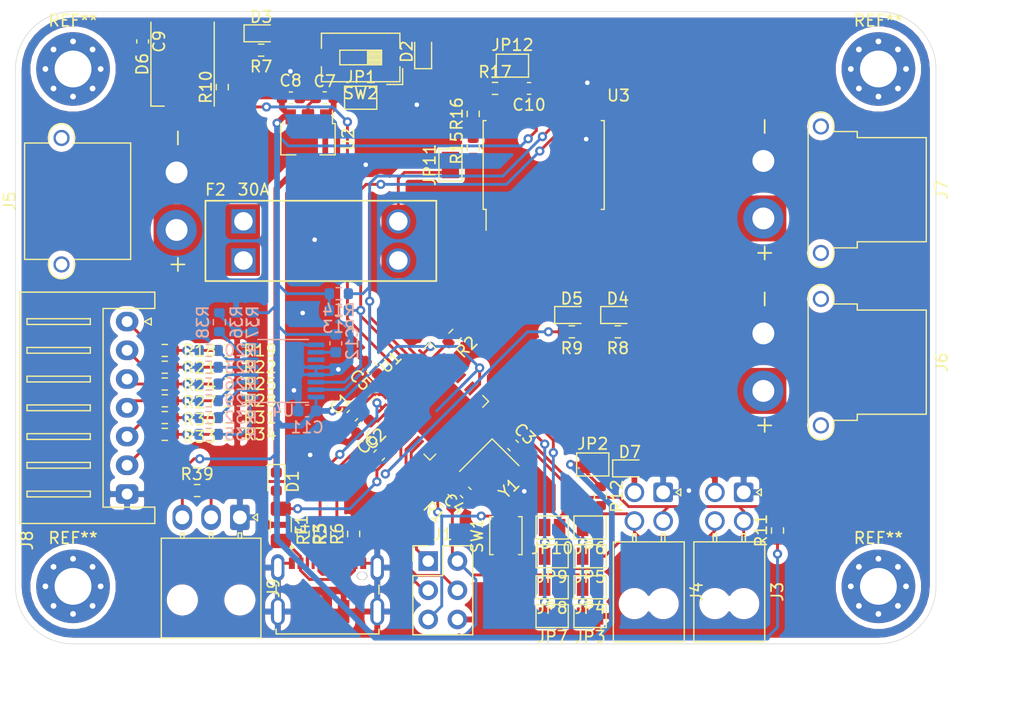
<source format=kicad_pcb>
(kicad_pcb (version 20171130) (host pcbnew "(5.1.9)-1")
  (layers (0 F.Cu signal) (31 B.Cu signal) (34 B.Paste user) (35 F.Paste user) (36 B.SilkS user) (37 F.SilkS user) (38 B.Mask user) (39 F.Mask user) (44 Edge.Cuts user))
  (net 0 "")
  (net 1 GND)
  (net 2 +3V3)
  (net 3 "Net-(D3-Pad2)")
  (net 4 VBUS)
  (net 5 "Net-(F1-Pad2)")
  (net 6 "Net-(F2-Pad1)")
  (net 7 +BATT)
  (net 8 /MISO)
  (net 9 /SCK)
  (net 10 /MOSI)
  (net 11 /RESET)
  (net 12 /SDA)
  (net 13 /SCL)
  (net 14 /B0)
  (net 15 /B1)
  (net 16 /CH3)
  (net 17 /CH2)
  (net 18 /CH1)
  (net 19 /CH0)
  (net 20 /D+)
  (net 21 /D-)
  (net 22 /CH4)
  (net 23 /CH5)
  (net 24 "Net-(U4-Pad11)")
  (net 25 /S_SCL)
  (net 26 /S_SDA)
  (net 27 /RGB_LED)
  (net 28 /TXLED)
  (net 29 /RXLED)
  (net 30 "Net-(C3-Pad1)")
  (net 31 /TEMP)
  (net 32 "Net-(C4-Pad1)")
  (net 33 "Net-(C5-Pad1)")
  (net 34 "Net-(C6-Pad2)")
  (net 35 "Net-(C7-Pad2)")
  (net 36 "Net-(C9-Pad2)")
  (net 37 "Net-(C12-Pad1)")
  (net 38 "Net-(D2-Pad1)")
  (net 39 /VBATT)
  (net 40 "Net-(D4-Pad2)")
  (net 41 "Net-(D5-Pad2)")
  (net 42 "Net-(D6-Pad4)")
  (net 43 "Net-(D6-Pad1)")
  (net 44 "Net-(D7-Pad1)")
  (net 45 "Net-(D7-Pad2)")
  (net 46 "Net-(J2-Pad3)")
  (net 47 "Net-(J2-Pad10)")
  (net 48 "Net-(J2-Pad4)")
  (net 49 "Net-(J2-Pad9)")
  (net 50 "Net-(J8-Pad2)")
  (net 51 "Net-(J8-Pad3)")
  (net 52 "Net-(J8-Pad4)")
  (net 53 "Net-(J8-Pad5)")
  (net 54 "Net-(J8-Pad6)")
  (net 55 "Net-(JP11-Pad2)")
  (net 56 "Net-(JP12-Pad1)")
  (net 57 "Net-(R2-Pad2)")
  (net 58 "Net-(R3-Pad2)")
  (net 59 "Net-(R4-Pad2)")
  (net 60 "Net-(R15-Pad2)")
  (net 61 "Net-(R16-Pad2)")
  (net 62 "Net-(R18-Pad2)")
  (net 63 "Net-(R21-Pad2)")
  (net 64 "Net-(R24-Pad2)")
  (net 65 "Net-(R27-Pad2)")
  (net 66 "Net-(R30-Pad2)")
  (net 67 "Net-(R33-Pad2)")
  (net 68 "Net-(R36-Pad2)")
  (net 69 "Net-(R38-Pad2)")
  (net 70 "Net-(U1-Pad12)")
  (net 71 "Net-(U1-Pad25)")
  (net 72 "Net-(U1-Pad26)")
  (net 73 "Net-(U1-Pad27)")
  (net 74 "Net-(U1-Pad28)")
  (net 75 "Net-(U1-Pad29)")
  (net 76 "Net-(U1-Pad30)")
  (net 77 "Net-(U1-Pad31)")
  (net 78 "Net-(U1-Pad32)")
  (net 79 "Net-(U1-Pad38)")
  (net 80 "Net-(U1-Pad40)")
  (net 81 "Net-(U1-Pad41)")
  (net 82 "Net-(U4-Pad8)")
  (net 83 "Net-(J8-Pad1)")
  (module MountingHole:MountingHole_3.2mm_M3_Pad_Via (layer F.Cu) (at 195 110)
    (fp_text reference REF** (at 0 -4.2) (layer F.SilkS))
    (fp_text value MountingHole_3.2mm_M3_Pad_Via)
    (pad 1 thru_hole circle (at 0 0) (size 6.4 6.4) (drill 3.2) (layers *.Cu *.Mask))
    (pad 1 thru_hole circle (at 2.4 0) (size 0.8 0.8) (drill 0.5) (layers *.Cu *.Mask))
    (pad 1 thru_hole circle (at 1.697056 1.697056) (size 0.8 0.8) (drill 0.5) (layers *.Cu *.Mask))
    (pad 1 thru_hole circle (at 0 2.4) (size 0.8 0.8) (drill 0.5) (layers *.Cu *.Mask))
    (pad 1 thru_hole circle (at -1.697056 1.697056) (size 0.8 0.8) (drill 0.5) (layers *.Cu *.Mask))
    (pad 1 thru_hole circle (at -2.4 0) (size 0.8 0.8) (drill 0.5) (layers *.Cu *.Mask))
    (pad 1 thru_hole circle (at -1.697056 -1.697056) (size 0.8 0.8) (drill 0.5) (layers *.Cu *.Mask))
    (pad 1 thru_hole circle (at 0 -2.4) (size 0.8 0.8) (drill 0.5) (layers *.Cu *.Mask))
    (pad 1 thru_hole circle (at 1.697056 -1.697056) (size 0.8 0.8) (drill 0.5) (layers *.Cu *.Mask))
  )
  (module MountingHole:MountingHole_3.2mm_M3_Pad_Via (layer F.Cu) (at 125 110)
    (fp_text reference REF** (at 0 -4.2) (layer F.SilkS))
    (fp_text value MountingHole_3.2mm_M3_Pad_Via)
    (pad 1 thru_hole circle (at 0 0) (size 6.4 6.4) (drill 3.2) (layers *.Cu *.Mask))
    (pad 1 thru_hole circle (at 2.4 0) (size 0.8 0.8) (drill 0.5) (layers *.Cu *.Mask))
    (pad 1 thru_hole circle (at 1.697056 1.697056) (size 0.8 0.8) (drill 0.5) (layers *.Cu *.Mask))
    (pad 1 thru_hole circle (at 0 2.4) (size 0.8 0.8) (drill 0.5) (layers *.Cu *.Mask))
    (pad 1 thru_hole circle (at -1.697056 1.697056) (size 0.8 0.8) (drill 0.5) (layers *.Cu *.Mask))
    (pad 1 thru_hole circle (at -2.4 0) (size 0.8 0.8) (drill 0.5) (layers *.Cu *.Mask))
    (pad 1 thru_hole circle (at -1.697056 -1.697056) (size 0.8 0.8) (drill 0.5) (layers *.Cu *.Mask))
    (pad 1 thru_hole circle (at 0 -2.4) (size 0.8 0.8) (drill 0.5) (layers *.Cu *.Mask))
    (pad 1 thru_hole circle (at 1.697056 -1.697056) (size 0.8 0.8) (drill 0.5) (layers *.Cu *.Mask))
  )
  (module MountingHole:MountingHole_3.2mm_M3_Pad_Via (layer F.Cu) (at 195 65)
    (fp_text reference REF** (at 0 -4.2) (layer F.SilkS))
    (fp_text value MountingHole_3.2mm_M3_Pad_Via)
    (pad 1 thru_hole circle (at 0 0) (size 6.4 6.4) (drill 3.2) (layers *.Cu *.Mask))
    (pad 1 thru_hole circle (at 2.4 0) (size 0.8 0.8) (drill 0.5) (layers *.Cu *.Mask))
    (pad 1 thru_hole circle (at 1.697056 1.697056) (size 0.8 0.8) (drill 0.5) (layers *.Cu *.Mask))
    (pad 1 thru_hole circle (at 0 2.4) (size 0.8 0.8) (drill 0.5) (layers *.Cu *.Mask))
    (pad 1 thru_hole circle (at -1.697056 1.697056) (size 0.8 0.8) (drill 0.5) (layers *.Cu *.Mask))
    (pad 1 thru_hole circle (at -2.4 0) (size 0.8 0.8) (drill 0.5) (layers *.Cu *.Mask))
    (pad 1 thru_hole circle (at -1.697056 -1.697056) (size 0.8 0.8) (drill 0.5) (layers *.Cu *.Mask))
    (pad 1 thru_hole circle (at 0 -2.4) (size 0.8 0.8) (drill 0.5) (layers *.Cu *.Mask))
    (pad 1 thru_hole circle (at 1.697056 -1.697056) (size 0.8 0.8) (drill 0.5) (layers *.Cu *.Mask))
  )
  (module MountingHole:MountingHole_3.2mm_M3_Pad_Via (layer F.Cu) (at 125 65)
    (fp_text reference REF** (at 0 -4.2) (layer F.SilkS))
    (fp_text value MountingHole_3.2mm_M3_Pad_Via)
    (pad 1 thru_hole circle (at 0 0) (size 6.4 6.4) (drill 3.2) (layers *.Cu *.Mask))
    (pad 1 thru_hole circle (at 2.4 0) (size 0.8 0.8) (drill 0.5) (layers *.Cu *.Mask))
    (pad 1 thru_hole circle (at 1.697056 1.697056) (size 0.8 0.8) (drill 0.5) (layers *.Cu *.Mask))
    (pad 1 thru_hole circle (at 0 2.4) (size 0.8 0.8) (drill 0.5) (layers *.Cu *.Mask))
    (pad 1 thru_hole circle (at -1.697056 1.697056) (size 0.8 0.8) (drill 0.5) (layers *.Cu *.Mask))
    (pad 1 thru_hole circle (at -2.4 0) (size 0.8 0.8) (drill 0.5) (layers *.Cu *.Mask))
    (pad 1 thru_hole circle (at -1.697056 -1.697056) (size 0.8 0.8) (drill 0.5) (layers *.Cu *.Mask))
    (pad 1 thru_hole circle (at 0 -2.4) (size 0.8 0.8) (drill 0.5) (layers *.Cu *.Mask))
    (pad 1 thru_hole circle (at 1.697056 -1.697056) (size 0.8 0.8) (drill 0.5) (layers *.Cu *.Mask))
  )
  (module Capacitor_SMD:C_0603_1608Metric (layer F.Cu) (at 149.277838 95.143845 45)
    (fp_text reference C1 (at 0 -1.43 45) (layer F.SilkS))
    (fp_text value 1uF)
    (pad 2 smd roundrect (at 0.775 0 45) (size 0.9 0.95) (layers F.Cu F.Paste F.Mask) (net 2 +3V3))
    (pad 1 smd roundrect (at -0.775 0 45) (size 0.9 0.95) (layers F.Cu F.Paste F.Mask) (net 1 GND))
  )
  (module Capacitor_SMD:C_0603_1608Metric (layer F.Cu) (at 150.281929 96.176221 225)
    (fp_text reference C2 (at 0 -1.43 45) (layer F.SilkS))
    (fp_text value 22uF)
    (pad 1 smd roundrect (at -0.775 0 225) (size 0.9 0.95) (layers F.Cu F.Paste F.Mask) (net 2 +3V3))
    (pad 2 smd roundrect (at 0.775 0 225) (size 0.9 0.95) (layers F.Cu F.Paste F.Mask) (net 1 GND))
  )
  (module Capacitor_SMD:C_0603_1608Metric (layer F.Cu) (at 163.242834 97.744781 315)
    (fp_text reference C3 (at 0 -1.43 135) (layer F.SilkS))
    (fp_text value 22pF)
    (pad 2 smd roundrect (at 0.775 0 315) (size 0.9 0.95) (layers F.Cu F.Paste F.Mask) (net 1 GND))
    (pad 1 smd roundrect (at -0.775 0 315) (size 0.9 0.95) (layers F.Cu F.Paste F.Mask) (net 30 "Net-(C3-Pad1)"))
  )
  (module Capacitor_SMD:C_0603_1608Metric (layer F.Cu) (at 159.131008 101.835394 135)
    (fp_text reference C4 (at 0 -1.43 135) (layer F.SilkS))
    (fp_text value 22pF)
    (pad 1 smd roundrect (at -0.775 0 135) (size 0.9 0.95) (layers F.Cu F.Paste F.Mask) (net 32 "Net-(C4-Pad1)"))
    (pad 2 smd roundrect (at 0.775 0 135) (size 0.9 0.95) (layers F.Cu F.Paste F.Mask) (net 1 GND))
  )
  (module Capacitor_SMD:C_0603_1608Metric (layer F.Cu) (at 150.97 91.04 135)
    (fp_text reference C5 (at 0 -1.43 135) (layer F.SilkS))
    (fp_text value 1uF)
    (pad 1 smd roundrect (at -0.775 0 135) (size 0.9 0.95) (layers F.Cu F.Paste F.Mask) (net 33 "Net-(C5-Pad1)"))
    (pad 2 smd roundrect (at 0.775 0 135) (size 0.9 0.95) (layers F.Cu F.Paste F.Mask) (net 1 GND))
  )
  (module Capacitor_SMD:C_0603_1608Metric (layer F.Cu) (at 151.61 98.59 45)
    (fp_text reference C6 (at 0 -1.43 45) (layer F.SilkS))
    (fp_text value 1uF)
    (pad 1 smd roundrect (at -0.775 0 45) (size 0.9 0.95) (layers F.Cu F.Paste F.Mask) (net 1 GND))
    (pad 2 smd roundrect (at 0.775 0 45) (size 0.9 0.95) (layers F.Cu F.Paste F.Mask) (net 34 "Net-(C6-Pad2)"))
  )
  (module Capacitor_SMD:C_0603_1608Metric (layer F.Cu) (at 146.875 67.5)
    (fp_text reference C7 (at 0 -1.43) (layer F.SilkS))
    (fp_text value 1uF)
    (pad 1 smd roundrect (at -0.775 0) (size 0.9 0.95) (layers F.Cu F.Paste F.Mask) (net 1 GND))
    (pad 2 smd roundrect (at 0.775 0) (size 0.9 0.95) (layers F.Cu F.Paste F.Mask) (net 35 "Net-(C7-Pad2)"))
  )
  (module Capacitor_SMD:C_0603_1608Metric (layer F.Cu) (at 143.935 67.51)
    (fp_text reference C8 (at -0.025 -1.5) (layer F.SilkS))
    (fp_text value 2.2uF)
    (pad 2 smd roundrect (at 0.775 0) (size 0.9 0.95) (layers F.Cu F.Paste F.Mask) (net 1 GND))
    (pad 1 smd roundrect (at -0.775 0) (size 0.9 0.95) (layers F.Cu F.Paste F.Mask) (net 2 +3V3))
  )
  (module Capacitor_SMD:C_0603_1608Metric (layer F.Cu) (at 131.05 62.605 270)
    (fp_text reference C9 (at 0 -1.43 90) (layer F.SilkS))
    (fp_text value 0.1uF)
    (pad 2 smd roundrect (at 0.775 0 270) (size 0.9 0.95) (layers F.Cu F.Paste F.Mask) (net 36 "Net-(C9-Pad2)"))
    (pad 1 smd roundrect (at -0.775 0 270) (size 0.9 0.95) (layers F.Cu F.Paste F.Mask) (net 1 GND))
  )
  (module Capacitor_SMD:C_0603_1608Metric (layer F.Cu) (at 164.635 66.69 180)
    (fp_text reference C10 (at 0 -1.43) (layer F.SilkS))
    (fp_text value 0.1uF)
    (pad 1 smd roundrect (at -0.775 0 180) (size 0.9 0.95) (layers F.Cu F.Paste F.Mask) (net 2 +3V3))
    (pad 2 smd roundrect (at 0.775 0 180) (size 0.9 0.95) (layers F.Cu F.Paste F.Mask) (net 1 GND))
  )
  (module Capacitor_SMD:C_0603_1608Metric (layer B.Cu) (at 145.345 94.74)
    (fp_text reference C11 (at 0 1.43) (layer B.SilkS) (effects (justify mirror)))
    (fp_text value 1uF)
    (pad 2 smd roundrect (at 0.775 0) (size 0.9 0.95) (layers B.Cu B.Paste B.Mask) (net 2 +3V3))
    (pad 1 smd roundrect (at -0.775 0) (size 0.9 0.95) (layers B.Cu B.Paste B.Mask) (net 1 GND))
  )
  (module Capacitor_SMD:C_0603_1608Metric (layer B.Cu) (at 147.84 88.865 90)
    (fp_text reference C12 (at 0 1.43 90) (layer B.SilkS) (effects (justify mirror)))
    (fp_text value 0.1uF)
    (pad 2 smd roundrect (at 0.775 0 90) (size 0.9 0.95) (layers B.Cu B.Paste B.Mask) (net 2 +3V3))
    (pad 1 smd roundrect (at -0.775 0 90) (size 0.9 0.95) (layers B.Cu B.Paste B.Mask) (net 37 "Net-(C12-Pad1)"))
  )
  (module Diode_SMD:D_0603_1608Metric (layer F.Cu) (at 142.67 100.8875 270)
    (fp_text reference D1 (at 0 -1.43 90) (layer F.SilkS))
    (fp_text value "5V 250mA")
    (pad 2 smd roundrect (at 0.7875 0 270) (size 0.875 0.95) (layers F.Cu F.Paste F.Mask) (net 4 VBUS))
    (pad 1 smd roundrect (at -0.7875 0 270) (size 0.875 0.95) (layers F.Cu F.Paste F.Mask) (net 35 "Net-(C7-Pad2)"))
  )
  (module Diode_SMD:D_0603_1608Metric (layer F.Cu) (at 155.43 63.4875 90)
    (fp_text reference D2 (at 0 -1.43 90) (layer F.SilkS))
    (fp_text value "26V 1A")
    (pad 1 smd roundrect (at -0.7875 0 90) (size 0.875 0.95) (layers F.Cu F.Paste F.Mask) (net 38 "Net-(D2-Pad1)"))
    (pad 2 smd roundrect (at 0.7875 0 90) (size 0.875 0.95) (layers F.Cu F.Paste F.Mask) (net 39 /VBATT))
  )
  (module LED_SMD:LED_0603_1608Metric (layer F.Cu) (at 141.35 61.9)
    (fp_text reference D3 (at 0 -1.43) (layer F.SilkS))
    (fp_text value PWR)
    (pad 1 smd roundrect (at -0.7875 0) (size 0.875 0.95) (layers F.Cu F.Paste F.Mask) (net 1 GND))
    (pad 2 smd roundrect (at 0.7875 0) (size 0.875 0.95) (layers F.Cu F.Paste F.Mask) (net 3 "Net-(D3-Pad2)"))
  )
  (module LED_SMD:LED_0603_1608Metric (layer F.Cu) (at 172.35 86.4)
    (fp_text reference D4 (at 0 -1.43) (layer F.SilkS))
    (fp_text value TX)
    (pad 2 smd roundrect (at 0.7875 0) (size 0.875 0.95) (layers F.Cu F.Paste F.Mask) (net 40 "Net-(D4-Pad2)"))
    (pad 1 smd roundrect (at -0.7875 0) (size 0.875 0.95) (layers F.Cu F.Paste F.Mask) (net 1 GND))
  )
  (module LED_SMD:LED_0603_1608Metric (layer F.Cu) (at 168.35 86.4)
    (fp_text reference D5 (at 0 -1.43) (layer F.SilkS))
    (fp_text value RX)
    (pad 1 smd roundrect (at -0.7875 0) (size 0.875 0.95) (layers F.Cu F.Paste F.Mask) (net 1 GND))
    (pad 2 smd roundrect (at 0.7875 0) (size 0.875 0.95) (layers F.Cu F.Paste F.Mask) (net 41 "Net-(D5-Pad2)"))
  )
  (module LED_SMD:LED_WS2812_PLCC6_5.0x5.0mm_P1.6mm (layer F.Cu) (at 134.52 64.58 90)
    (fp_text reference D6 (at 0 -3.5 90) (layer F.SilkS))
    (fp_text value WS2812)
    (pad 4 smd rect (at 2.45 1.6 90) (size 1.5 1) (layers F.Cu F.Paste F.Mask) (net 42 "Net-(D6-Pad4)"))
    (pad 5 smd rect (at 2.45 0 90) (size 1.5 1) (layers F.Cu F.Paste F.Mask) (net 2 +3V3))
    (pad 6 smd rect (at 2.45 -1.6 90) (size 1.5 1) (layers F.Cu F.Paste F.Mask) (net 1 GND))
    (pad 3 smd rect (at -2.45 1.6 90) (size 1.5 1) (layers F.Cu F.Paste F.Mask) (net 36 "Net-(C9-Pad2)"))
    (pad 2 smd rect (at -2.45 0 90) (size 1.5 1) (layers F.Cu F.Paste F.Mask) (net 27 /RGB_LED))
    (pad 1 smd rect (at -2.45 -1.6 90) (size 1.5 1) (layers F.Cu F.Paste F.Mask) (net 43 "Net-(D6-Pad1)"))
  )
  (module Diode_SMD:D_0603_1608Metric (layer F.Cu) (at 173.3875 99.74)
    (fp_text reference D7 (at 0 -1.43) (layer F.SilkS))
    (fp_text value "3.3V 1A")
    (pad 1 smd roundrect (at -0.7875 0) (size 0.875 0.95) (layers F.Cu F.Paste F.Mask) (net 44 "Net-(D7-Pad1)"))
    (pad 2 smd roundrect (at 0.7875 0) (size 0.875 0.95) (layers F.Cu F.Paste F.Mask) (net 45 "Net-(D7-Pad2)"))
  )
  (module Fuse:Fuse_1206_3216Metric (layer F.Cu) (at 143.06 104.65 270)
    (fp_text reference F1 (at 0 -1.82 90) (layer F.SilkS))
    (fp_text value 250mA)
    (pad 1 smd roundrect (at -1.4 0 270) (size 1.25 1.75) (layers F.Cu F.Paste F.Mask) (roundrect_rratio 0.2) (net 4 VBUS))
    (pad 2 smd roundrect (at 1.4 0 270) (size 1.25 1.75) (layers F.Cu F.Paste F.Mask) (roundrect_rratio 0.2) (net 5 "Net-(F1-Pad2)"))
  )
  (module 355710:3557-10 (layer F.Cu) (at 139.81 78.25)
    (fp_text reference F2 (at -2.43 -2.75) (layer F.SilkS))
    (fp_text value 30A (at 0.88 -2.76) (layer F.SilkS))
    (fp_text user * (at 0 0) (layer F.SilkS))
    (pad 1 thru_hole rect (at 0 0) (size 2.1082 2.1082) (drill 1.6002) (layers *.Cu *.Mask) (net 6 "Net-(F2-Pad1)"))
    (pad 1 thru_hole rect (at 0 3.4036) (size 2.1082 2.1082) (drill 1.6002) (layers *.Cu *.Mask) (net 6 "Net-(F2-Pad1)"))
    (pad 2 thru_hole circle (at 13.462 3.4036) (size 2.1082 2.1082) (drill 1.6002) (layers *.Cu *.Mask) (net 7 +BATT))
    (pad 2 thru_hole circle (at 13.462 0) (size 2.1082 2.1082) (drill 1.6002) (layers *.Cu *.Mask) (net 7 +BATT))
  )
  (module Connector_PinHeader_2.54mm:PinHeader_2x03_P2.54mm_Vertical (layer F.Cu) (at 155.87 107.8)
    (fp_text reference J1 (at 1.27 -2.33) (layer F.SilkS))
    (fp_text value ISP)
    (pad 1 thru_hole rect (at 0 0) (size 1.7 1.7) (drill 1) (layers *.Cu *.Mask) (net 8 /MISO))
    (pad 2 thru_hole oval (at 2.54 0) (size 1.7 1.7) (drill 1) (layers *.Cu *.Mask) (net 2 +3V3))
    (pad 3 thru_hole oval (at 0 2.54) (size 1.7 1.7) (drill 1) (layers *.Cu *.Mask) (net 9 /SCK))
    (pad 4 thru_hole oval (at 2.54 2.54) (size 1.7 1.7) (drill 1) (layers *.Cu *.Mask) (net 10 /MOSI))
    (pad 5 thru_hole oval (at 0 5.08) (size 1.7 1.7) (drill 1) (layers *.Cu *.Mask) (net 11 /RESET))
    (pad 6 thru_hole oval (at 2.54 5.08) (size 1.7 1.7) (drill 1) (layers *.Cu *.Mask) (net 1 GND))
  )
  (module DX07S016JA1R1500:JAE_DX07S016JA1R1500 (layer F.Cu) (at 147.12 109.09)
    (fp_text reference J2 (at -1.325 -3.385) (layer F.SilkS) (effects (font (thickness 0.015))))
    (fp_text value DX07S016JA1R1500)
    (fp_line (start 3.125 0.315) (end 2.875 0.315) (layer Edge.Cuts) (width 0.1))
    (fp_line (start 2.875 -0.315) (end 3.125 -0.315) (layer Edge.Cuts) (width 0.1))
    (fp_arc (start 3.125 0) (end 3.44 0) (angle -90) (layer Edge.Cuts) (width 0.1))
    (fp_arc (start 3.125 0) (end 3.125 0.315) (angle -90) (layer Edge.Cuts) (width 0.1))
    (fp_arc (start 2.875 0) (end 2.56 0) (angle -90) (layer Edge.Cuts) (width 0.1))
    (fp_arc (start 2.875 0) (end 2.875 -0.315) (angle -90) (layer Edge.Cuts) (width 0.1))
    (pad 1 smd rect (at -3.1 -1.1) (size 0.52 1) (layers F.Cu F.Paste F.Mask) (net 1 GND))
    (pad 12 smd rect (at 3.1 -1.1) (size 0.52 1) (layers F.Cu F.Paste F.Mask) (net 1 GND))
    (pad 2 smd rect (at -2.35 -1.1) (size 0.52 1) (layers F.Cu F.Paste F.Mask) (net 5 "Net-(F1-Pad2)"))
    (pad 11 smd rect (at 2.35 -1.1) (size 0.52 1) (layers F.Cu F.Paste F.Mask) (net 5 "Net-(F1-Pad2)"))
    (pad 3 smd rect (at -1.75 -1.1) (size 0.27 1) (layers F.Cu F.Paste F.Mask) (net 46 "Net-(J2-Pad3)"))
    (pad 10 smd rect (at 1.75 -1.1) (size 0.27 1) (layers F.Cu F.Paste F.Mask) (net 47 "Net-(J2-Pad10)"))
    (pad 4 smd rect (at -1.25 -1.1) (size 0.27 1) (layers F.Cu F.Paste F.Mask) (net 48 "Net-(J2-Pad4)"))
    (pad 5 smd rect (at -0.75 -1.1) (size 0.27 1) (layers F.Cu F.Paste F.Mask) (net 21 /D-))
    (pad 6 smd rect (at -0.25 -1.1) (size 0.27 1) (layers F.Cu F.Paste F.Mask) (net 20 /D+))
    (pad 7 smd rect (at 0.25 -1.1) (size 0.27 1) (layers F.Cu F.Paste F.Mask) (net 20 /D+))
    (pad 8 smd rect (at 0.75 -1.1) (size 0.27 1) (layers F.Cu F.Paste F.Mask) (net 21 /D-))
    (pad 9 smd rect (at 1.25 -1.1) (size 0.27 1) (layers F.Cu F.Paste F.Mask) (net 49 "Net-(J2-Pad9)"))
    (pad None np_thru_hole circle (at 3 0) (size 0.6 0.6) (drill 0.6) (layers *.Cu *.Mask))
    (pad None np_thru_hole circle (at 3 0) (size 0.63 0.63) (drill 0.63) (layers *.Cu *.Mask))
    (pad S1 smd rect (at -1.4 3.1) (size 1 2) (layers F.Cu F.Paste F.Mask) (net 1 GND))
    (pad S2 smd rect (at 1.4 3.1) (size 1 2) (layers F.Cu F.Paste F.Mask) (net 1 GND))
    (pad None np_thru_hole circle (at -3 0) (size 0.63 0.63) (drill 0.63) (layers *.Cu *.Mask))
    (pad S3 thru_hole oval (at -4.32 -0.725) (size 1.158 2.316) (drill oval 0.65 1.65) (layers *.Cu *.Mask) (net 1 GND))
    (pad S4 thru_hole oval (at 4.32 -0.725) (size 1.158 2.316) (drill oval 0.65 1.65) (layers *.Cu *.Mask) (net 1 GND))
    (pad S5 thru_hole oval (at -4.32 3.1) (size 1.2 2.4) (drill oval 0.65 1.95) (layers *.Cu *.Mask) (net 1 GND))
    (pad S6 thru_hole oval (at 4.32 3.1) (size 1.2 2.4) (drill oval 0.65 1.95) (layers *.Cu *.Mask) (net 1 GND))
  )
  (module Connector_Molex:Molex_Nano-Fit_105314-xx04_2x02_P2.50mm_Horizontal (layer F.Cu) (at 183.29 101.82 270)
    (fp_text reference J3 (at 8.65 -2.92 90) (layer F.SilkS))
    (fp_text value I2C)
    (pad "" np_thru_hole circle (at 9.68 2.5 270) (size 1.7 1.7) (drill 1.7) (layers *.Cu *.Mask))
    (pad "" np_thru_hole circle (at 9.68 0 270) (size 1.7 1.7) (drill 1.7) (layers *.Cu *.Mask))
    (pad 4 thru_hole circle (at 2.5 2.5 270) (size 1.7 1.7) (drill 1.2) (layers *.Cu *.Mask) (net 13 /SCL))
    (pad 3 thru_hole circle (at 2.5 0 270) (size 1.7 1.7) (drill 1.2) (layers *.Cu *.Mask) (net 12 /SDA))
    (pad 2 thru_hole circle (at 0 2.5 270) (size 1.7 1.7) (drill 1.2) (layers *.Cu *.Mask) (net 45 "Net-(D7-Pad2)"))
    (pad 1 thru_hole roundrect (at 0 0 270) (size 1.7 1.7) (drill 1.2) (layers *.Cu *.Mask) (roundrect_rratio 0.147059) (net 1 GND))
  )
  (module Connector_Molex:Molex_Nano-Fit_105314-xx04_2x02_P2.50mm_Horizontal (layer F.Cu) (at 176.29 101.82 270)
    (fp_text reference J4 (at 8.65 -2.92 90) (layer F.SilkS))
    (fp_text value I2C)
    (pad 1 thru_hole roundrect (at 0 0 270) (size 1.7 1.7) (drill 1.2) (layers *.Cu *.Mask) (roundrect_rratio 0.147059) (net 1 GND))
    (pad 2 thru_hole circle (at 0 2.5 270) (size 1.7 1.7) (drill 1.2) (layers *.Cu *.Mask) (net 45 "Net-(D7-Pad2)"))
    (pad 3 thru_hole circle (at 2.5 0 270) (size 1.7 1.7) (drill 1.2) (layers *.Cu *.Mask) (net 12 /SDA))
    (pad 4 thru_hole circle (at 2.5 2.5 270) (size 1.7 1.7) (drill 1.2) (layers *.Cu *.Mask) (net 13 /SCL))
    (pad "" np_thru_hole circle (at 9.68 0 270) (size 1.7 1.7) (drill 1.7) (layers *.Cu *.Mask))
    (pad "" np_thru_hole circle (at 9.68 2.5 270) (size 1.7 1.7) (drill 1.7) (layers *.Cu *.Mask))
  )
  (module Connector_AMASS:AMASS_XT30PW-F_1x02_P2.50mm_Horizontal (layer F.Cu) (at 185 88 270)
    (fp_text reference J6 (at 2.5 -15.5 90) (layer F.SilkS))
    (fp_text value "VOUT PRIMARY")
    (fp_text user + (at 8 0 90) (layer F.SilkS) (effects (font (size 1.5 1.5))))
    (fp_text user - (at -3 0 90) (layer F.SilkS) (effects (font (size 1.5 1.5))))
    (pad "" thru_hole circle (at -3 -5) (size 1.4 1.4) (drill 1) (layers *.Cu *.Mask))
    (pad "" thru_hole circle (at 8 -5 270) (size 1.4 1.4) (drill 1) (layers *.Cu *.Mask))
    (pad 1 thru_hole rect (at 0 0 270) (size 3.5 3.5) (drill 1.9) (layers *.Cu *.Mask) (net 1 GND))
    (pad 2 thru_hole circle (at 5 0 270) (size 3.5 3.5) (drill 1.9) (layers *.Cu *.Mask) (net 39 /VBATT))
  )
  (module Connector_AMASS:AMASS_XT30PW-F_1x02_P2.50mm_Horizontal (layer F.Cu) (at 185 73 270)
    (fp_text reference J7 (at 2.5 -15.5 90) (layer F.SilkS))
    (fp_text value "VOUT LOGIC")
    (fp_text user - (at -3 0 90) (layer F.SilkS) (effects (font (size 1.5 1.5))))
    (fp_text user + (at 8 0 90) (layer F.SilkS) (effects (font (size 1.5 1.5))))
    (pad 2 thru_hole circle (at 5 0 270) (size 3.5 3.5) (drill 1.9) (layers *.Cu *.Mask) (net 39 /VBATT))
    (pad 1 thru_hole rect (at 0 0 270) (size 3.5 3.5) (drill 1.9) (layers *.Cu *.Mask) (net 1 GND))
    (pad "" thru_hole circle (at 8 -5 270) (size 1.4 1.4) (drill 1) (layers *.Cu *.Mask))
    (pad "" thru_hole circle (at -3 -5) (size 1.4 1.4) (drill 1) (layers *.Cu *.Mask))
  )
  (module Jumper:SolderJumper-2_P1.3mm_Open_Pad1.0x1.5mm (layer F.Cu) (at 150 67.5)
    (fp_text reference JP1 (at 0 -1.8) (layer F.SilkS))
    (fp_text value VIN)
    (pad 1 smd rect (at -0.65 0) (size 1 1.5) (layers F.Cu F.Mask) (net 35 "Net-(C7-Pad2)"))
    (pad 2 smd rect (at 0.65 0) (size 1 1.5) (layers F.Cu F.Mask) (net 38 "Net-(D2-Pad1)"))
  )
  (module Jumper:SolderJumper-2_P1.3mm_Bridged_Pad1.0x1.5mm (layer F.Cu) (at 170.17 99.4)
    (fp_text reference JP2 (at 0 -1.8) (layer F.SilkS))
    (fp_text value I2C)
    (fp_poly (pts (xy -0.25 -0.3) (xy 0.25 -0.3) (xy 0.25 0.3) (xy -0.25 0.3)) (layer F.Cu) (width 0))
    (pad 1 smd rect (at -0.65 0) (size 1 1.5) (layers F.Cu F.Mask) (net 2 +3V3))
    (pad 2 smd rect (at 0.65 0) (size 1 1.5) (layers F.Cu F.Mask) (net 44 "Net-(D7-Pad1)"))
  )
  (module Jumper:SolderJumper-2_P1.3mm_Open_Pad1.0x1.5mm (layer F.Cu) (at 169.94 112.58 180)
    (fp_text reference JP3 (at 0 -1.8) (layer F.SilkS))
    (fp_text value GND)
    (pad 1 smd rect (at -0.65 0 180) (size 1 1.5) (layers F.Cu F.Mask) (net 1 GND))
    (pad 2 smd rect (at 0.65 0 180) (size 1 1.5) (layers F.Cu F.Mask) (net 14 /B0))
  )
  (module Jumper:SolderJumper-2_P1.3mm_Open_Pad1.0x1.5mm (layer F.Cu) (at 169.94 110.08 180)
    (fp_text reference JP4 (at 0 -1.8) (layer F.SilkS))
    (fp_text value VCC)
    (pad 1 smd rect (at -0.65 0 180) (size 1 1.5) (layers F.Cu F.Mask) (net 2 +3V3))
    (pad 2 smd rect (at 0.65 0 180) (size 1 1.5) (layers F.Cu F.Mask) (net 14 /B0))
  )
  (module Jumper:SolderJumper-2_P1.3mm_Open_Pad1.0x1.5mm (layer F.Cu) (at 169.94 107.38 180)
    (fp_text reference JP5 (at 0 -1.8) (layer F.SilkS))
    (fp_text value SDA)
    (pad 2 smd rect (at 0.65 0 180) (size 1 1.5) (layers F.Cu F.Mask) (net 14 /B0))
    (pad 1 smd rect (at -0.65 0 180) (size 1 1.5) (layers F.Cu F.Mask) (net 12 /SDA))
  )
  (module Jumper:SolderJumper-2_P1.3mm_Open_Pad1.0x1.5mm (layer F.Cu) (at 169.94 104.88 180)
    (fp_text reference JP6 (at 0 -1.8) (layer F.SilkS))
    (fp_text value SCL)
    (pad 1 smd rect (at -0.65 0 180) (size 1 1.5) (layers F.Cu F.Mask) (net 13 /SCL))
    (pad 2 smd rect (at 0.65 0 180) (size 1 1.5) (layers F.Cu F.Mask) (net 14 /B0))
  )
  (module Jumper:SolderJumper-2_P1.3mm_Open_Pad1.0x1.5mm (layer F.Cu) (at 166.64 112.58 180)
    (fp_text reference JP7 (at 0 -1.8) (layer F.SilkS))
    (fp_text value GND)
    (pad 1 smd rect (at -0.65 0 180) (size 1 1.5) (layers F.Cu F.Mask) (net 1 GND))
    (pad 2 smd rect (at 0.65 0 180) (size 1 1.5) (layers F.Cu F.Mask) (net 15 /B1))
  )
  (module Jumper:SolderJumper-2_P1.3mm_Open_Pad1.0x1.5mm (layer F.Cu) (at 166.64 110.08 180)
    (fp_text reference JP8 (at 0 -1.8) (layer F.SilkS))
    (fp_text value VCC)
    (pad 2 smd rect (at 0.65 0 180) (size 1 1.5) (layers F.Cu F.Mask) (net 15 /B1))
    (pad 1 smd rect (at -0.65 0 180) (size 1 1.5) (layers F.Cu F.Mask) (net 2 +3V3))
  )
  (module Jumper:SolderJumper-2_P1.3mm_Open_Pad1.0x1.5mm (layer F.Cu) (at 166.64 107.38 180)
    (fp_text reference JP9 (at 0 -1.8) (layer F.SilkS))
    (fp_text value SDA)
    (pad 1 smd rect (at -0.65 0 180) (size 1 1.5) (layers F.Cu F.Mask) (net 12 /SDA))
    (pad 2 smd rect (at 0.65 0 180) (size 1 1.5) (layers F.Cu F.Mask) (net 15 /B1))
  )
  (module Jumper:SolderJumper-2_P1.3mm_Open_Pad1.0x1.5mm (layer F.Cu) (at 166.64 104.88 180)
    (fp_text reference JP10 (at 0 -1.8) (layer F.SilkS))
    (fp_text value SCL)
    (pad 2 smd rect (at 0.65 0 180) (size 1 1.5) (layers F.Cu F.Mask) (net 15 /B1))
    (pad 1 smd rect (at -0.65 0 180) (size 1 1.5) (layers F.Cu F.Mask) (net 13 /SCL))
  )
  (module Jumper:SolderJumper-2_P1.3mm_Bridged_Pad1.0x1.5mm (layer F.Cu) (at 157.8 73.35 90)
    (fp_text reference JP11 (at 0 -1.8 90) (layer F.SilkS))
    (fp_text value VINP)
    (fp_poly (pts (xy -0.25 -0.3) (xy 0.25 -0.3) (xy 0.25 0.3) (xy -0.25 0.3)) (layer F.Cu) (width 0))
    (pad 1 smd rect (at -0.65 0 90) (size 1 1.5) (layers F.Cu F.Mask) (net 7 +BATT))
    (pad 2 smd rect (at 0.65 0 90) (size 1 1.5) (layers F.Cu F.Mask) (net 55 "Net-(JP11-Pad2)"))
  )
  (module Jumper:SolderJumper-2_P1.3mm_Bridged_Pad1.0x1.5mm (layer F.Cu) (at 163.19 64.71)
    (fp_text reference JP12 (at 0 -1.8) (layer F.SilkS))
    (fp_text value VINN)
    (fp_poly (pts (xy -0.25 -0.3) (xy 0.25 -0.3) (xy 0.25 0.3) (xy -0.25 0.3)) (layer F.Cu) (width 0))
    (pad 2 smd rect (at 0.65 0) (size 1 1.5) (layers F.Cu F.Mask) (net 1 GND))
    (pad 1 smd rect (at -0.65 0) (size 1 1.5) (layers F.Cu F.Mask) (net 56 "Net-(JP12-Pad1)"))
  )
  (module Resistor_SMD:R_0603_1608Metric (layer F.Cu) (at 157.386637 102.546637 135)
    (fp_text reference R1 (at 0 -1.43 135) (layer F.SilkS))
    (fp_text value 10k)
    (pad 2 smd roundrect (at 0.825 0 135) (size 0.8 0.95) (layers F.Cu F.Paste F.Mask) (net 11 /RESET))
    (pad 1 smd roundrect (at -0.825 0 135) (size 0.8 0.95) (layers F.Cu F.Paste F.Mask) (net 2 +3V3))
  )
  (module Resistor_SMD:R_0603_1608Metric (layer F.Cu) (at 158.208597 88.178843 225)
    (fp_text reference R2 (at 0 -1.43 45) (layer F.SilkS))
    (fp_text value 10k)
    (pad 1 smd roundrect (at -0.825 0 225) (size 0.8 0.95) (layers F.Cu F.Paste F.Mask) (net 1 GND))
    (pad 2 smd roundrect (at 0.825 0 225) (size 0.8 0.95) (layers F.Cu F.Paste F.Mask) (net 57 "Net-(R2-Pad2)"))
  )
  (module Resistor_SMD:R_0603_1608Metric (layer F.Cu) (at 147.93 105.475 90)
    (fp_text reference R3 (at 0 -1.43 90) (layer F.SilkS))
    (fp_text value 22)
    (pad 1 smd roundrect (at -0.825 0 90) (size 0.8 0.95) (layers F.Cu F.Paste F.Mask) (net 20 /D+))
    (pad 2 smd roundrect (at 0.825 0 90) (size 0.8 0.95) (layers F.Cu F.Paste F.Mask) (net 58 "Net-(R3-Pad2)"))
  )
  (module Resistor_SMD:R_0603_1608Metric (layer F.Cu) (at 146.47 105.475 90)
    (fp_text reference R4 (at 0 -1.43 90) (layer F.SilkS))
    (fp_text value 22)
    (pad 2 smd roundrect (at 0.825 0 90) (size 0.8 0.95) (layers F.Cu F.Paste F.Mask) (net 59 "Net-(R4-Pad2)"))
    (pad 1 smd roundrect (at -0.825 0 90) (size 0.8 0.95) (layers F.Cu F.Paste F.Mask) (net 21 /D-))
  )
  (module Resistor_SMD:R_0603_1608Metric (layer F.Cu) (at 145 105.43 270)
    (fp_text reference R5 (at 0 -1.43 90) (layer F.SilkS))
    (fp_text value 5.1k)
    (pad 2 smd roundrect (at 0.825 0 270) (size 0.8 0.95) (layers F.Cu F.Paste F.Mask) (net 46 "Net-(J2-Pad3)"))
    (pad 1 smd roundrect (at -0.825 0 270) (size 0.8 0.95) (layers F.Cu F.Paste F.Mask) (net 1 GND))
  )
  (module Resistor_SMD:R_0603_1608Metric (layer F.Cu) (at 149.39 105.44 90)
    (fp_text reference R6 (at 0 -1.43 90) (layer F.SilkS))
    (fp_text value 5.1k)
    (pad 1 smd roundrect (at -0.825 0 90) (size 0.8 0.95) (layers F.Cu F.Paste F.Mask) (net 49 "Net-(J2-Pad9)"))
    (pad 2 smd roundrect (at 0.825 0 90) (size 0.8 0.95) (layers F.Cu F.Paste F.Mask) (net 1 GND))
  )
  (module Resistor_SMD:R_0603_1608Metric (layer F.Cu) (at 141.35 63.36 180)
    (fp_text reference R7 (at 0 -1.43) (layer F.SilkS))
    (fp_text value 10)
    (pad 1 smd roundrect (at -0.825 0 180) (size 0.8 0.95) (layers F.Cu F.Paste F.Mask) (net 3 "Net-(D3-Pad2)"))
    (pad 2 smd roundrect (at 0.825 0 180) (size 0.8 0.95) (layers F.Cu F.Paste F.Mask) (net 2 +3V3))
  )
  (module Resistor_SMD:R_0603_1608Metric (layer F.Cu) (at 172.355 87.86 180)
    (fp_text reference R8 (at 0 -1.43) (layer F.SilkS))
    (fp_text value 68)
    (pad 2 smd roundrect (at 0.825 0 180) (size 0.8 0.95) (layers F.Cu F.Paste F.Mask) (net 28 /TXLED))
    (pad 1 smd roundrect (at -0.825 0 180) (size 0.8 0.95) (layers F.Cu F.Paste F.Mask) (net 40 "Net-(D4-Pad2)"))
  )
  (module Resistor_SMD:R_0603_1608Metric (layer F.Cu) (at 168.355 87.86 180)
    (fp_text reference R9 (at 0 -1.43) (layer F.SilkS))
    (fp_text value 68)
    (pad 1 smd roundrect (at -0.825 0 180) (size 0.8 0.95) (layers F.Cu F.Paste F.Mask) (net 41 "Net-(D5-Pad2)"))
    (pad 2 smd roundrect (at 0.825 0 180) (size 0.8 0.95) (layers F.Cu F.Paste F.Mask) (net 29 /RXLED))
  )
  (module Resistor_SMD:R_0603_1608Metric (layer F.Cu) (at 137.97 66.575 90)
    (fp_text reference R10 (at 0 -1.43 90) (layer F.SilkS))
    (fp_text value 150)
    (pad 2 smd roundrect (at 0.825 0 90) (size 0.8 0.95) (layers F.Cu F.Paste F.Mask) (net 2 +3V3))
    (pad 1 smd roundrect (at -0.825 0 90) (size 0.8 0.95) (layers F.Cu F.Paste F.Mask) (net 36 "Net-(C9-Pad2)"))
  )
  (module Resistor_SMD:R_0603_1608Metric (layer F.Cu) (at 186.23 105.145 90)
    (fp_text reference R11 (at 0 -1.43 90) (layer F.SilkS))
    (fp_text value 4.7k)
    (pad 2 smd roundrect (at 0.825 0 90) (size 0.8 0.95) (layers F.Cu F.Paste F.Mask) (net 12 /SDA))
    (pad 1 smd roundrect (at -0.825 0 90) (size 0.8 0.95) (layers F.Cu F.Paste F.Mask) (net 2 +3V3))
  )
  (module Resistor_SMD:R_0603_1608Metric (layer F.Cu) (at 170.84 102.155 270)
    (fp_text reference R12 (at 0 -1.43 90) (layer F.SilkS))
    (fp_text value 4.7k)
    (pad 2 smd roundrect (at 0.825 0 270) (size 0.8 0.95) (layers F.Cu F.Paste F.Mask) (net 13 /SCL))
    (pad 1 smd roundrect (at -0.825 0 270) (size 0.8 0.95) (layers F.Cu F.Paste F.Mask) (net 2 +3V3))
  )
  (module Resistor_SMD:R_0603_1608Metric (layer B.Cu) (at 148.105 86)
    (fp_text reference R13 (at 0 1.43 180) (layer B.SilkS) (effects (justify mirror)))
    (fp_text value 4.7k)
    (pad 1 smd roundrect (at -0.825 0) (size 0.8 0.95) (layers B.Cu B.Paste B.Mask) (net 2 +3V3))
    (pad 2 smd roundrect (at 0.825 0) (size 0.8 0.95) (layers B.Cu B.Paste B.Mask) (net 25 /S_SCL))
  )
  (module Resistor_SMD:R_0603_1608Metric (layer B.Cu) (at 148.105 84.543844)
    (fp_text reference R14 (at 0 1.43 180) (layer B.SilkS) (effects (justify mirror)))
    (fp_text value 4.7k)
    (pad 2 smd roundrect (at 0.825 0) (size 0.8 0.95) (layers B.Cu B.Paste B.Mask) (net 26 /S_SDA))
    (pad 1 smd roundrect (at -0.825 0) (size 0.8 0.95) (layers B.Cu B.Paste B.Mask) (net 2 +3V3))
  )
  (module Resistor_SMD:R_0603_1608Metric (layer F.Cu) (at 159.78 71.865 90)
    (fp_text reference R15 (at 0 -1.43 90) (layer F.SilkS))
    (fp_text value 1M)
    (pad 1 smd roundrect (at -0.825 0 90) (size 0.8 0.95) (layers F.Cu F.Paste F.Mask) (net 55 "Net-(JP11-Pad2)"))
    (pad 2 smd roundrect (at 0.825 0 90) (size 0.8 0.95) (layers F.Cu F.Paste F.Mask) (net 60 "Net-(R15-Pad2)"))
  )
  (module Resistor_SMD:R_0603_1608Metric (layer F.Cu) (at 159.78 68.905 90)
    (fp_text reference R16 (at 0 -1.43 90) (layer F.SilkS))
    (fp_text value 1M)
    (pad 2 smd roundrect (at 0.825 0 90) (size 0.8 0.95) (layers F.Cu F.Paste F.Mask) (net 61 "Net-(R16-Pad2)"))
    (pad 1 smd roundrect (at -0.825 0 90) (size 0.8 0.95) (layers F.Cu F.Paste F.Mask) (net 60 "Net-(R15-Pad2)"))
  )
  (module Resistor_SMD:R_0603_1608Metric (layer F.Cu) (at 161.675 66.69)
    (fp_text reference R17 (at 0 -1.43) (layer F.SilkS))
    (fp_text value 18k)
    (pad 1 smd roundrect (at -0.825 0) (size 0.8 0.95) (layers F.Cu F.Paste F.Mask) (net 61 "Net-(R16-Pad2)"))
    (pad 2 smd roundrect (at 0.825 0) (size 0.8 0.95) (layers F.Cu F.Paste F.Mask) (net 56 "Net-(JP12-Pad1)"))
  )
  (module Resistor_SMD:R_0603_1608Metric (layer F.Cu) (at 132.975 89.48)
    (fp_text reference R18 (at 3.025 0.02) (layer F.SilkS))
    (fp_text value 1k)
    (pad 2 smd roundrect (at 0.825 0) (size 0.8 0.95) (layers F.Cu F.Paste F.Mask) (net 62 "Net-(R18-Pad2)"))
    (pad 1 smd roundrect (at -0.825 0) (size 0.8 0.95) (layers F.Cu F.Paste F.Mask) (net 83 "Net-(J8-Pad1)"))
  )
  (module Resistor_SMD:R_0603_1608Metric (layer F.Cu) (at 138.44 89.48)
    (fp_text reference R19 (at 2.8 0) (layer F.SilkS))
    (fp_text value 1k)
    (pad 1 smd roundrect (at -0.825 0) (size 0.8 0.95) (layers F.Cu F.Paste F.Mask) (net 62 "Net-(R18-Pad2)"))
    (pad 2 smd roundrect (at 0.825 0) (size 0.8 0.95) (layers F.Cu F.Paste F.Mask) (net 1 GND))
  )
  (module Resistor_SMD:R_0603_1608Metric (layer B.Cu) (at 136.785 89.48 180)
    (fp_text reference R20 (at -2.805 0) (layer B.SilkS) (effects (justify mirror)))
    (fp_text value R_Small)
    (pad 1 smd roundrect (at -0.825 0 180) (size 0.8 0.95) (layers B.Cu B.Paste B.Mask) (net 23 /CH5))
    (pad 2 smd roundrect (at 0.825 0 180) (size 0.8 0.95) (layers B.Cu B.Paste B.Mask) (net 62 "Net-(R18-Pad2)"))
  )
  (module Resistor_SMD:R_0603_1608Metric (layer F.Cu) (at 132.975 90.94)
    (fp_text reference R21 (at 3.025 0.06) (layer F.SilkS))
    (fp_text value 1k)
    (pad 2 smd roundrect (at 0.825 0) (size 0.8 0.95) (layers F.Cu F.Paste F.Mask) (net 63 "Net-(R21-Pad2)"))
    (pad 1 smd roundrect (at -0.825 0) (size 0.8 0.95) (layers F.Cu F.Paste F.Mask) (net 50 "Net-(J8-Pad2)"))
  )
  (module Resistor_SMD:R_0603_1608Metric (layer F.Cu) (at 138.445 90.94)
    (fp_text reference R22 (at 2.805 0) (layer F.SilkS))
    (fp_text value 1k)
    (pad 1 smd roundrect (at -0.825 0) (size 0.8 0.95) (layers F.Cu F.Paste F.Mask) (net 63 "Net-(R21-Pad2)"))
    (pad 2 smd roundrect (at 0.825 0) (size 0.8 0.95) (layers F.Cu F.Paste F.Mask) (net 1 GND))
  )
  (module Resistor_SMD:R_0603_1608Metric (layer B.Cu) (at 136.785 90.94 180)
    (fp_text reference R23 (at -2.805 -0.01) (layer B.SilkS) (effects (justify mirror)))
    (fp_text value R_Small)
    (pad 1 smd roundrect (at -0.825 0 180) (size 0.8 0.95) (layers B.Cu B.Paste B.Mask) (net 22 /CH4))
    (pad 2 smd roundrect (at 0.825 0 180) (size 0.8 0.95) (layers B.Cu B.Paste B.Mask) (net 63 "Net-(R21-Pad2)"))
  )
  (module Resistor_SMD:R_0603_1608Metric (layer F.Cu) (at 132.975 92.4)
    (fp_text reference R24 (at 3.025 0.1) (layer F.SilkS))
    (fp_text value 1k)
    (pad 1 smd roundrect (at -0.825 0) (size 0.8 0.95) (layers F.Cu F.Paste F.Mask) (net 51 "Net-(J8-Pad3)"))
    (pad 2 smd roundrect (at 0.825 0) (size 0.8 0.95) (layers F.Cu F.Paste F.Mask) (net 64 "Net-(R24-Pad2)"))
  )
  (module Resistor_SMD:R_0603_1608Metric (layer F.Cu) (at 138.445 92.4)
    (fp_text reference R25 (at 2.805 0) (layer F.SilkS))
    (fp_text value 1k)
    (pad 1 smd roundrect (at -0.825 0) (size 0.8 0.95) (layers F.Cu F.Paste F.Mask) (net 64 "Net-(R24-Pad2)"))
    (pad 2 smd roundrect (at 0.825 0) (size 0.8 0.95) (layers F.Cu F.Paste F.Mask) (net 1 GND))
  )
  (module Resistor_SMD:R_0603_1608Metric (layer B.Cu) (at 136.785 92.4 180)
    (fp_text reference R26 (at -2.805 0) (layer B.SilkS) (effects (justify mirror)))
    (fp_text value R_Small)
    (pad 1 smd roundrect (at -0.825 0 180) (size 0.8 0.95) (layers B.Cu B.Paste B.Mask) (net 16 /CH3))
    (pad 2 smd roundrect (at 0.825 0 180) (size 0.8 0.95) (layers B.Cu B.Paste B.Mask) (net 64 "Net-(R24-Pad2)"))
  )
  (module Resistor_SMD:R_0603_1608Metric (layer F.Cu) (at 132.98 93.86)
    (fp_text reference R27 (at 3.02 0.14) (layer F.SilkS))
    (fp_text value 1k)
    (pad 2 smd roundrect (at 0.825 0) (size 0.8 0.95) (layers F.Cu F.Paste F.Mask) (net 65 "Net-(R27-Pad2)"))
    (pad 1 smd roundrect (at -0.825 0) (size 0.8 0.95) (layers F.Cu F.Paste F.Mask) (net 52 "Net-(J8-Pad4)"))
  )
  (module Resistor_SMD:R_0603_1608Metric (layer F.Cu) (at 138.445 93.86)
    (fp_text reference R28 (at 2.805 0) (layer F.SilkS))
    (fp_text value 1k)
    (pad 2 smd roundrect (at 0.825 0) (size 0.8 0.95) (layers F.Cu F.Paste F.Mask) (net 1 GND))
    (pad 1 smd roundrect (at -0.825 0) (size 0.8 0.95) (layers F.Cu F.Paste F.Mask) (net 65 "Net-(R27-Pad2)"))
  )
  (module Resistor_SMD:R_0603_1608Metric (layer B.Cu) (at 136.785 93.86 180)
    (fp_text reference R29 (at -2.805 0) (layer B.SilkS) (effects (justify mirror)))
    (fp_text value R_Small)
    (pad 2 smd roundrect (at 0.825 0 180) (size 0.8 0.95) (layers B.Cu B.Paste B.Mask) (net 65 "Net-(R27-Pad2)"))
    (pad 1 smd roundrect (at -0.825 0 180) (size 0.8 0.95) (layers B.Cu B.Paste B.Mask) (net 17 /CH2))
  )
  (module Resistor_SMD:R_0603_1608Metric (layer F.Cu) (at 132.975 95.32)
    (fp_text reference R30 (at 3.025 0.18) (layer F.SilkS))
    (fp_text value 1k)
    (pad 2 smd roundrect (at 0.825 0) (size 0.8 0.95) (layers F.Cu F.Paste F.Mask) (net 66 "Net-(R30-Pad2)"))
    (pad 1 smd roundrect (at -0.825 0) (size 0.8 0.95) (layers F.Cu F.Paste F.Mask) (net 53 "Net-(J8-Pad5)"))
  )
  (module Resistor_SMD:R_0603_1608Metric (layer F.Cu) (at 138.445 95.32)
    (fp_text reference R31 (at 2.805 0) (layer F.SilkS))
    (fp_text value 1k)
    (pad 1 smd roundrect (at -0.825 0) (size 0.8 0.95) (layers F.Cu F.Paste F.Mask) (net 66 "Net-(R30-Pad2)"))
    (pad 2 smd roundrect (at 0.825 0) (size 0.8 0.95) (layers F.Cu F.Paste F.Mask) (net 1 GND))
  )
  (module Resistor_SMD:R_0603_1608Metric (layer B.Cu) (at 136.785 95.32 180)
    (fp_text reference R32 (at -2.805 0) (layer B.SilkS) (effects (justify mirror)))
    (fp_text value R_Small)
    (pad 1 smd roundrect (at -0.825 0 180) (size 0.8 0.95) (layers B.Cu B.Paste B.Mask) (net 18 /CH1))
    (pad 2 smd roundrect (at 0.825 0 180) (size 0.8 0.95) (layers B.Cu B.Paste B.Mask) (net 66 "Net-(R30-Pad2)"))
  )
  (module Resistor_SMD:R_0603_1608Metric (layer F.Cu) (at 132.975 96.78)
    (fp_text reference R33 (at 3.025 0.22) (layer F.SilkS))
    (fp_text value 1k)
    (pad 2 smd roundrect (at 0.825 0) (size 0.8 0.95) (layers F.Cu F.Paste F.Mask) (net 67 "Net-(R33-Pad2)"))
    (pad 1 smd roundrect (at -0.825 0) (size 0.8 0.95) (layers F.Cu F.Paste F.Mask) (net 54 "Net-(J8-Pad6)"))
  )
  (module Resistor_SMD:R_0603_1608Metric (layer F.Cu) (at 138.445 96.78)
    (fp_text reference R34 (at 2.805 0) (layer F.SilkS))
    (fp_text value 1k)
    (pad 1 smd roundrect (at -0.825 0) (size 0.8 0.95) (layers F.Cu F.Paste F.Mask) (net 67 "Net-(R33-Pad2)"))
    (pad 2 smd roundrect (at 0.825 0) (size 0.8 0.95) (layers F.Cu F.Paste F.Mask) (net 1 GND))
  )
  (module Resistor_SMD:R_0603_1608Metric (layer B.Cu) (at 136.78 96.78 180)
    (fp_text reference R35 (at -2.8 0) (layer B.SilkS) (effects (justify mirror)))
    (fp_text value R_Small)
    (pad 2 smd roundrect (at 0.825 0 180) (size 0.8 0.95) (layers B.Cu B.Paste B.Mask) (net 67 "Net-(R33-Pad2)"))
    (pad 1 smd roundrect (at -0.825 0 180) (size 0.8 0.95) (layers B.Cu B.Paste B.Mask) (net 19 /CH0))
  )
  (module Resistor_SMD:R_0603_1608Metric (layer B.Cu) (at 140.64 87.025 270)
    (fp_text reference R36 (at 0 1.43 90) (layer B.SilkS) (effects (justify mirror)))
    (fp_text value 0)
    (pad 1 smd roundrect (at -0.825 0 270) (size 0.8 0.95) (layers B.Cu B.Paste B.Mask) (net 2 +3V3))
    (pad 2 smd roundrect (at 0.825 0 270) (size 0.8 0.95) (layers B.Cu B.Paste B.Mask) (net 68 "Net-(R36-Pad2)"))
  )
  (module Resistor_SMD:R_0603_1608Metric (layer B.Cu) (at 139.18 87.03 90)
    (fp_text reference R37 (at 0 1.43 90) (layer B.SilkS) (effects (justify mirror)))
    (fp_text value 33k)
    (pad 2 smd roundrect (at 0.825 0 90) (size 0.8 0.95) (layers B.Cu B.Paste B.Mask) (net 1 GND))
    (pad 1 smd roundrect (at -0.825 0 90) (size 0.8 0.95) (layers B.Cu B.Paste B.Mask) (net 68 "Net-(R36-Pad2)"))
  )
  (module Resistor_SMD:R_0603_1608Metric (layer B.Cu) (at 137.72 87.025 270)
    (fp_text reference R38 (at 0 1.43 90) (layer B.SilkS) (effects (justify mirror)))
    (fp_text value 47k)
    (pad 1 smd roundrect (at -0.825 0 270) (size 0.8 0.95) (layers B.Cu B.Paste B.Mask) (net 68 "Net-(R36-Pad2)"))
    (pad 2 smd roundrect (at 0.825 0 270) (size 0.8 0.95) (layers B.Cu B.Paste B.Mask) (net 69 "Net-(R38-Pad2)"))
  )
  (module Resistor_SMD:R_0603_1608Metric (layer F.Cu) (at 135.785 101.67)
    (fp_text reference R39 (at 0 -1.43) (layer F.SilkS))
    (fp_text value 4.7k)
    (pad 2 smd roundrect (at 0.825 0) (size 0.8 0.95) (layers F.Cu F.Paste F.Mask) (net 31 /TEMP))
    (pad 1 smd roundrect (at -0.825 0) (size 0.8 0.95) (layers F.Cu F.Paste F.Mask) (net 2 +3V3))
  )
  (module Button_Switch_SMD:SW_SPST_B3U-1000P (layer F.Cu) (at 162.62 105.59 90)
    (fp_text reference SW1 (at 0 -2.5 90) (layer F.SilkS))
    (fp_text value RST)
    (pad 1 smd rect (at -1.7 0 90) (size 0.9 1.7) (layers F.Cu F.Paste F.Mask) (net 1 GND))
    (pad 2 smd rect (at 1.7 0 90) (size 0.9 1.7) (layers F.Cu F.Paste F.Mask) (net 11 /RESET))
  )
  (module Button_Switch_SMD:SW_DIP_SPSTx01_Slide_6.7x4.1mm_W6.73mm_P2.54mm_LowProfile_JPin (layer F.Cu) (at 150 64 180)
    (fp_text reference SW2 (at 0 -3.11) (layer F.SilkS))
    (fp_text value BATT)
    (pad 1 smd rect (at -3.365 0 180) (size 2.16 1.12) (layers F.Cu F.Paste F.Mask) (net 38 "Net-(D2-Pad1)"))
    (pad 2 smd rect (at 3.365 0 180) (size 2.16 1.12) (layers F.Cu F.Paste F.Mask) (net 35 "Net-(C7-Pad2)"))
  )
  (module Package_DFN_QFN:QFN-44-1EP_7x7mm_P0.5mm_EP5.2x5.2mm (layer F.Cu) (at 156.01303 93.909943 45)
    (fp_text reference U1 (at 0 -4.82 45) (layer F.SilkS))
    (fp_text value ATmega32U4RC-MU)
    (pad 1 smd roundrect (at -3.3375 -2.5 45) (size 1.075 0.25) (layers F.Cu F.Paste F.Mask) (net 31 /TEMP))
    (pad 2 smd roundrect (at -3.3375 -2 45) (size 1.075 0.25) (layers F.Cu F.Paste F.Mask) (net 2 +3V3))
    (pad 3 smd roundrect (at -3.3375 -1.5 45) (size 1.075 0.25) (layers F.Cu F.Paste F.Mask) (net 59 "Net-(R4-Pad2)"))
    (pad 4 smd roundrect (at -3.3375 -1 45) (size 1.075 0.25) (layers F.Cu F.Paste F.Mask) (net 58 "Net-(R3-Pad2)"))
    (pad 5 smd roundrect (at -3.3375 -0.5 45) (size 1.075 0.25) (layers F.Cu F.Paste F.Mask) (net 1 GND))
    (pad 6 smd roundrect (at -3.3375 0 45) (size 1.075 0.25) (layers F.Cu F.Paste F.Mask) (net 34 "Net-(C6-Pad2)"))
    (pad 7 smd roundrect (at -3.3375 0.5 45) (size 1.075 0.25) (layers F.Cu F.Paste F.Mask) (net 4 VBUS))
    (pad 8 smd roundrect (at -3.3375 1 45) (size 1.075 0.25) (layers F.Cu F.Paste F.Mask) (net 29 /RXLED))
    (pad 9 smd roundrect (at -3.3375 1.5 45) (size 1.075 0.25) (layers F.Cu F.Paste F.Mask) (net 9 /SCK))
    (pad 10 smd roundrect (at -3.3375 2 45) (size 1.075 0.25) (layers F.Cu F.Paste F.Mask) (net 10 /MOSI))
    (pad 11 smd roundrect (at -3.3375 2.5 45) (size 1.075 0.25) (layers F.Cu F.Paste F.Mask) (net 8 /MISO))
    (pad 12 smd roundrect (at -2.5 3.3375 45) (size 0.25 1.075) (layers F.Cu F.Paste F.Mask) (net 70 "Net-(U1-Pad12)"))
    (pad 13 smd roundrect (at -2 3.3375 45) (size 0.25 1.075) (layers F.Cu F.Paste F.Mask) (net 11 /RESET))
    (pad 14 smd roundrect (at -1.5 3.3375 45) (size 0.25 1.075) (layers F.Cu F.Paste F.Mask) (net 2 +3V3))
    (pad 15 smd roundrect (at -1 3.3375 45) (size 0.25 1.075) (layers F.Cu F.Paste F.Mask) (net 1 GND))
    (pad 16 smd roundrect (at -0.5 3.3375 45) (size 0.25 1.075) (layers F.Cu F.Paste F.Mask) (net 32 "Net-(C4-Pad1)"))
    (pad 17 smd roundrect (at 0 3.3375 45) (size 0.25 1.075) (layers F.Cu F.Paste F.Mask) (net 30 "Net-(C3-Pad1)"))
    (pad 18 smd roundrect (at 0.5 3.3375 45) (size 0.25 1.075) (layers F.Cu F.Paste F.Mask) (net 13 /SCL))
    (pad 19 smd roundrect (at 1 3.3375 45) (size 0.25 1.075) (layers F.Cu F.Paste F.Mask) (net 12 /SDA))
    (pad 20 smd roundrect (at 1.5 3.3375 45) (size 0.25 1.075) (layers F.Cu F.Paste F.Mask) (net 15 /B1))
    (pad 21 smd roundrect (at 2 3.3375 45) (size 0.25 1.075) (layers F.Cu F.Paste F.Mask) (net 14 /B0))
    (pad 22 smd roundrect (at 2.5 3.3375 45) (size 0.25 1.075) (layers F.Cu F.Paste F.Mask) (net 28 /TXLED))
    (pad 23 smd roundrect (at 3.3375 2.5 45) (size 1.075 0.25) (layers F.Cu F.Paste F.Mask) (net 1 GND))
    (pad 24 smd roundrect (at 3.3375 2 45) (size 1.075 0.25) (layers F.Cu F.Paste F.Mask) (net 2 +3V3))
    (pad 25 smd roundrect (at 3.3375 1.5 45) (size 1.075 0.25) (layers F.Cu F.Paste F.Mask) (net 71 "Net-(U1-Pad25)"))
    (pad 26 smd roundrect (at 3.3375 1 45) (size 1.075 0.25) (layers F.Cu F.Paste F.Mask) (net 72 "Net-(U1-Pad26)"))
    (pad 27 smd roundrect (at 3.3375 0.5 45) (size 1.075 0.25) (layers F.Cu F.Paste F.Mask) (net 73 "Net-(U1-Pad27)"))
    (pad 28 smd roundrect (at 3.3375 0 45) (size 1.075 0.25) (layers F.Cu F.Paste F.Mask) (net 74 "Net-(U1-Pad28)"))
    (pad 29 smd roundrect (at 3.3375 -0.5 45) (size 1.075 0.25) (layers F.Cu F.Paste F.Mask) (net 75 "Net-(U1-Pad29)"))
    (pad 30 smd roundrect (at 3.3375 -1 45) (size 1.075 0.25) (layers F.Cu F.Paste F.Mask) (net 76 "Net-(U1-Pad30)"))
    (pad 31 smd roundrect (at 3.3375 -1.5 45) (size 1.075 0.25) (layers F.Cu F.Paste F.Mask) (net 77 "Net-(U1-Pad31)"))
    (pad 32 smd roundrect (at 3.3375 -2 45) (size 1.075 0.25) (layers F.Cu F.Paste F.Mask) (net 78 "Net-(U1-Pad32)"))
    (pad 33 smd roundrect (at 3.3375 -2.5 45) (size 1.075 0.25) (layers F.Cu F.Paste F.Mask) (net 57 "Net-(R2-Pad2)"))
    (pad 34 smd roundrect (at 2.5 -3.3375 45) (size 0.25 1.075) (layers F.Cu F.Paste F.Mask) (net 2 +3V3))
    (pad 35 smd roundrect (at 2 -3.3375 45) (size 0.25 1.075) (layers F.Cu F.Paste F.Mask) (net 1 GND))
    (pad 36 smd roundrect (at 1.5 -3.3375 45) (size 0.25 1.075) (layers F.Cu F.Paste F.Mask) (net 26 /S_SDA))
    (pad 37 smd roundrect (at 1 -3.3375 45) (size 0.25 1.075) (layers F.Cu F.Paste F.Mask) (net 25 /S_SCL))
    (pad 38 smd roundrect (at 0.5 -3.3375 45) (size 0.25 1.075) (layers F.Cu F.Paste F.Mask) (net 79 "Net-(U1-Pad38)"))
    (pad 39 smd roundrect (at 0 -3.3375 45) (size 0.25 1.075) (layers F.Cu F.Paste F.Mask) (net 27 /RGB_LED))
    (pad 40 smd roundrect (at -0.5 -3.3375 45) (size 0.25 1.075) (layers F.Cu F.Paste F.Mask) (net 80 "Net-(U1-Pad40)"))
    (pad 41 smd roundrect (at -1 -3.3375 45) (size 0.25 1.075) (layers F.Cu F.Paste F.Mask) (net 81 "Net-(U1-Pad41)"))
    (pad 42 smd roundrect (at -1.5 -3.3375 45) (size 0.25 1.075) (layers F.Cu F.Paste F.Mask) (net 33 "Net-(C5-Pad1)"))
    (pad 43 smd roundrect (at -2 -3.3375 45) (size 0.25 1.075) (layers F.Cu F.Paste F.Mask) (net 1 GND))
    (pad 44 smd roundrect (at -2.5 -3.3375 45) (size 0.25 1.075) (layers F.Cu F.Paste F.Mask) (net 2 +3V3))
    (pad 45 smd rect (at 0 0 45) (size 5.2 5.2) (layers F.Cu F.Mask) (net 1 GND))
  )
  (module Package_TO_SOT_SMD:SOT-89-3 (layer F.Cu) (at 145.42 70.81 270)
    (fp_text reference U2 (at 0.3 -3.5 90) (layer F.SilkS))
    (fp_text value AP2204R-3.3)
    (pad 1 smd rect (at -1.65 -1.5 270) (size 1.3 0.9) (layers F.Cu F.Paste F.Mask) (net 35 "Net-(C7-Pad2)"))
    (pad 3 smd rect (at -1.65 1.5 270) (size 1.3 0.9) (layers F.Cu F.Paste F.Mask) (net 2 +3V3))
    (pad 2 smd custom (at -1.5625 0 270) (size 1.475 0.9) (layers F.Cu F.Paste F.Mask) (net 1 GND) (options (clearance outline) (anchor rect)) (primitives (gr_poly (pts (xy 0.7375 -0.8665) (xy 3.8625 -0.8665) (xy 3.8625 0.8665) (xy 0.7375 0.8665)) (width 0))))
  )
  (module Package_SO:TSSOP-16_4.4x5mm_P0.65mm (layer B.Cu) (at 143.2575 91.265)
    (fp_text reference U4 (at 0 3.45) (layer B.SilkS) (effects (justify mirror)))
    (fp_text value ADS7828)
    (pad 1 smd roundrect (at -2.8625 2.275) (size 1.475 0.4) (layers B.Cu B.Paste B.Mask) (net 19 /CH0))
    (pad 2 smd roundrect (at -2.8625 1.625) (size 1.475 0.4) (layers B.Cu B.Paste B.Mask) (net 18 /CH1))
    (pad 3 smd roundrect (at -2.8625 0.975) (size 1.475 0.4) (layers B.Cu B.Paste B.Mask) (net 17 /CH2))
    (pad 4 smd roundrect (at -2.8625 0.325) (size 1.475 0.4) (layers B.Cu B.Paste B.Mask) (net 16 /CH3))
    (pad 5 smd roundrect (at -2.8625 -0.325) (size 1.475 0.4) (layers B.Cu B.Paste B.Mask) (net 22 /CH4))
    (pad 6 smd roundrect (at -2.8625 -0.975) (size 1.475 0.4) (layers B.Cu B.Paste B.Mask) (net 23 /CH5))
    (pad 7 smd roundrect (at -2.8625 -1.625) (size 1.475 0.4) (layers B.Cu B.Paste B.Mask) (net 69 "Net-(R38-Pad2)"))
    (pad 8 smd roundrect (at -2.8625 -2.275) (size 1.475 0.4) (layers B.Cu B.Paste B.Mask) (net 82 "Net-(U4-Pad8)"))
    (pad 9 smd roundrect (at 2.8625 -2.275) (size 1.475 0.4) (layers B.Cu B.Paste B.Mask) (net 1 GND))
    (pad 10 smd roundrect (at 2.8625 -1.625) (size 1.475 0.4) (layers B.Cu B.Paste B.Mask) (net 37 "Net-(C12-Pad1)"))
    (pad 11 smd roundrect (at 2.8625 -0.975) (size 1.475 0.4) (layers B.Cu B.Paste B.Mask) (net 24 "Net-(U4-Pad11)"))
    (pad 12 smd roundrect (at 2.8625 -0.325) (size 1.475 0.4) (layers B.Cu B.Paste B.Mask) (net 1 GND))
    (pad 13 smd roundrect (at 2.8625 0.325) (size 1.475 0.4) (layers B.Cu B.Paste B.Mask) (net 1 GND))
    (pad 14 smd roundrect (at 2.8625 0.975) (size 1.475 0.4) (layers B.Cu B.Paste B.Mask) (net 25 /S_SCL))
    (pad 15 smd roundrect (at 2.8625 1.625) (size 1.475 0.4) (layers B.Cu B.Paste B.Mask) (net 26 /S_SDA))
    (pad 16 smd roundrect (at 2.8625 2.275) (size 1.475 0.4) (layers B.Cu B.Paste B.Mask) (net 2 +3V3))
  )
  (module Crystal:Crystal_SMD_3225-4Pin_3.2x2.5mm (layer F.Cu) (at 161.178082 99.752965 225)
    (fp_text reference Y1 (at 0 -2.45 45) (layer F.SilkS))
    (fp_text value 16MHZ)
    (pad 1 smd rect (at -1.1 0.85 225) (size 1.4 1.2) (layers F.Cu F.Paste F.Mask) (net 30 "Net-(C3-Pad1)"))
    (pad 2 smd rect (at 1.1 0.85 225) (size 1.4 1.2) (layers F.Cu F.Paste F.Mask) (net 1 GND))
    (pad 3 smd rect (at 1.1 -0.85 225) (size 1.4 1.2) (layers F.Cu F.Paste F.Mask) (net 32 "Net-(C4-Pad1)"))
    (pad 4 smd rect (at -1.1 -0.85 225) (size 1.4 1.2) (layers F.Cu F.Paste F.Mask) (net 1 GND))
  )
  (module Package_SO:SOIC-16W_7.5x10.3mm_P1.27mm (layer F.Cu) (at 165.905 73.35 90)
    (fp_text reference U3 (at 6.04 6.505 180) (layer F.SilkS))
    (fp_text value ACS37800KMACTR-090B3-I2C)
    (pad 1 smd roundrect (at -4.65 -4.445 90) (size 2.05 0.6) (layers F.Cu F.Paste F.Mask) (net 7 +BATT))
    (pad 2 smd roundrect (at -4.65 -3.175 90) (size 2.05 0.6) (layers F.Cu F.Paste F.Mask) (net 7 +BATT))
    (pad 3 smd roundrect (at -4.65 -1.905 90) (size 2.05 0.6) (layers F.Cu F.Paste F.Mask) (net 7 +BATT))
    (pad 4 smd roundrect (at -4.65 -0.635 90) (size 2.05 0.6) (layers F.Cu F.Paste F.Mask) (net 7 +BATT))
    (pad 5 smd roundrect (at -4.65 0.635 90) (size 2.05 0.6) (layers F.Cu F.Paste F.Mask) (net 39 /VBATT))
    (pad 6 smd roundrect (at -4.65 1.905 90) (size 2.05 0.6) (layers F.Cu F.Paste F.Mask) (net 39 /VBATT))
    (pad 7 smd roundrect (at -4.65 3.175 90) (size 2.05 0.6) (layers F.Cu F.Paste F.Mask) (net 39 /VBATT))
    (pad 8 smd roundrect (at -4.65 4.445 90) (size 2.05 0.6) (layers F.Cu F.Paste F.Mask) (net 39 /VBATT))
    (pad 9 smd roundrect (at 4.65 4.445 90) (size 2.05 0.6) (layers F.Cu F.Paste F.Mask) (net 1 GND))
    (pad 10 smd roundrect (at 4.65 3.175 90) (size 2.05 0.6) (layers F.Cu F.Paste F.Mask) (net 1 GND))
    (pad 11 smd roundrect (at 4.65 1.905 90) (size 2.05 0.6) (layers F.Cu F.Paste F.Mask) (net 25 /S_SCL))
    (pad 12 smd roundrect (at 4.65 0.635 90) (size 2.05 0.6) (layers F.Cu F.Paste F.Mask) (net 26 /S_SDA))
    (pad 13 smd roundrect (at 4.65 -0.635 90) (size 2.05 0.6) (layers F.Cu F.Paste F.Mask) (net 2 +3V3))
    (pad 14 smd roundrect (at 4.65 -1.905 90) (size 2.05 0.6) (layers F.Cu F.Paste F.Mask) (net 1 GND))
    (pad 15 smd roundrect (at 4.65 -3.175 90) (size 2.05 0.6) (layers F.Cu F.Paste F.Mask) (net 56 "Net-(JP12-Pad1)"))
    (pad 16 smd roundrect (at 4.65 -4.445 90) (size 2.05 0.6) (layers F.Cu F.Paste F.Mask) (net 61 "Net-(R16-Pad2)"))
  )
  (module Connector_AMASS:AMASS_XT30PW-M_1x02_P2.50mm_Horizontal (layer F.Cu) (at 134 74 90)
    (fp_text reference J5 (at -2.5 -14.5 90) (layer F.SilkS))
    (fp_text value BATT)
    (fp_text user - (at 3 0 90) (layer F.SilkS) (effects (font (size 1.5 1.5))))
    (fp_text user + (at -8 0 90) (layer F.SilkS) (effects (font (size 1.5 1.5))))
    (pad "" thru_hole circle (at 3 -10 90) (size 1.4 1.4) (drill 1) (layers *.Cu *.Mask))
    (pad "" thru_hole circle (at -8 -10 90) (size 1.4 1.4) (drill 1) (layers *.Cu *.Mask))
    (pad 1 thru_hole rect (at 0 0 90) (size 3.5 3.5) (drill 1.9) (layers *.Cu *.Mask) (net 1 GND))
    (pad 2 thru_hole circle (at -5 0 90) (size 3.5 3.5) (drill 1.9) (layers *.Cu *.Mask) (net 6 "Net-(F2-Pad1)"))
  )
  (module Connector_JST:JST_XH_S7B-XH-A_1x07_P2.50mm_Horizontal (layer F.Cu) (at 129.7 86.97 270)
    (fp_text reference J8 (at 19.03 8.7 90) (layer F.SilkS))
    (fp_text value BALANCE)
    (pad 1 thru_hole oval (at 0 0 270) (size 1.7 1.95) (drill 0.95) (layers *.Cu *.Mask) (net 83 "Net-(J8-Pad1)"))
    (pad 2 thru_hole oval (at 2.5 0 270) (size 1.7 1.95) (drill 0.95) (layers *.Cu *.Mask) (net 50 "Net-(J8-Pad2)"))
    (pad 3 thru_hole oval (at 5 0 270) (size 1.7 1.95) (drill 0.95) (layers *.Cu *.Mask) (net 51 "Net-(J8-Pad3)"))
    (pad 4 thru_hole oval (at 7.5 0 270) (size 1.7 1.95) (drill 0.95) (layers *.Cu *.Mask) (net 52 "Net-(J8-Pad4)"))
    (pad 5 thru_hole oval (at 10 0 270) (size 1.7 1.95) (drill 0.95) (layers *.Cu *.Mask) (net 53 "Net-(J8-Pad5)"))
    (pad 6 thru_hole oval (at 12.5 0 270) (size 1.7 1.95) (drill 0.95) (layers *.Cu *.Mask) (net 54 "Net-(J8-Pad6)"))
    (pad 7 thru_hole roundrect (at 15 0 270) (size 1.7 1.95) (drill 0.95) (layers *.Cu *.Mask) (net 1 GND))
  )
  (module Connector_Molex:Molex_Nano-Fit_105313-xx03_1x03_P2.50mm_Horizontal (layer F.Cu) (at 139.5 104 270)
    (fp_text reference J9 (at 6.15 -2.92 90) (layer F.SilkS))
    (fp_text value TEMP)
    (pad 1 thru_hole roundrect (at 0 0 270) (size 2.2 1.7) (drill 1.2) (layers *.Cu *.Mask) (roundrect_rratio 0.147059) (net 1 GND))
    (pad 2 thru_hole oval (at 0 2.5 270) (size 2.2 1.7) (drill 1.2) (layers *.Cu *.Mask) (net 31 /TEMP))
    (pad 3 thru_hole oval (at 0 5 270) (size 2.2 1.7) (drill 1.2) (layers *.Cu *.Mask) (net 2 +3V3))
    (pad "" np_thru_hole circle (at 7.18 0 270) (size 1.7 1.7) (drill 1.7) (layers *.Cu *.Mask))
    (pad "" np_thru_hole circle (at 7.18 5 270) (size 1.7 1.7) (drill 1.7) (layers *.Cu *.Mask))
  )
  (gr_arc (start 195 65) (end 200 65) (angle -90) (layer Edge.Cuts) (width 0.05))
  (gr_arc (start 195 110) (end 195 115) (angle -90) (layer Edge.Cuts) (width 0.05))
  (gr_arc (start 125 110) (end 120 110) (angle -90) (layer Edge.Cuts) (width 0.05))
  (gr_arc (start 125 65) (end 125 60) (angle -90) (layer Edge.Cuts) (width 0.05))
  (gr_line (start 125 60) (end 195 60) (layer Edge.Cuts) (width 0.05))
  (gr_line (start 120 110) (end 120 65) (layer Edge.Cuts) (width 0.05))
  (gr_line (start 195 115) (end 125 115) (layer Edge.Cuts) (width 0.05))
  (gr_line (start 200 65) (end 200 110) (layer Edge.Cuts) (width 0.05))
  (via (at 150.44 73.33) (size 0.8) (drill 0.4) (layers F.Cu B.Cu) (net 1))
  (segment (start 163.84 66.67) (end 163.86 66.69) (width 0.25) (layer F.Cu) (net 1))
  (segment (start 163.84 64.71) (end 163.84 66.67) (width 0.25) (layer F.Cu) (net 1))
  (segment (start 164 66.83) (end 163.86 66.69) (width 0.25) (layer F.Cu) (net 1))
  (segment (start 164 68.7) (end 164 66.83) (width 0.25) (layer F.Cu) (net 1))
  (segment (start 143.175 107.99) (end 142.8 108.365) (width 0.25) (layer F.Cu) (net 1))
  (segment (start 144.02 107.99) (end 143.175 107.99) (width 0.25) (layer F.Cu) (net 1))
  (segment (start 151.065 107.99) (end 151.44 108.365) (width 0.25) (layer F.Cu) (net 1))
  (segment (start 150.22 107.99) (end 151.065 107.99) (width 0.25) (layer F.Cu) (net 1))
  (segment (start 146.09 67.51) (end 146.1 67.5) (width 0.25) (layer F.Cu) (net 1))
  (segment (start 144.71 67.51) (end 146.09 67.51) (width 0.25) (layer F.Cu) (net 1))
  (segment (start 145.42 68.18) (end 146.1 67.5) (width 0.25) (layer F.Cu) (net 1))
  (segment (start 145.42 69.2475) (end 145.42 68.18) (width 0.25) (layer F.Cu) (net 1))
  (segment (start 163.790842 98.342286) (end 162.55694 99.576188) (width 0.25) (layer F.Cu) (net 1))
  (segment (start 163.790842 98.292789) (end 163.790842 98.342286) (width 0.25) (layer F.Cu) (net 1))
  (segment (start 159.799224 100.071162) (end 158.583 101.287386) (width 0.25) (layer F.Cu) (net 1))
  (segment (start 156.01303 91.081516) (end 156.01303 93.909943) (width 0.25) (layer F.Cu) (net 1))
  (segment (start 155.067275 90.135761) (end 156.01303 91.081516) (width 0.25) (layer F.Cu) (net 1))
  (segment (start 153.184603 93.909943) (end 156.01303 93.909943) (width 0.25) (layer F.Cu) (net 1))
  (segment (start 152.238848 92.964188) (end 153.184603 93.909943) (width 0.25) (layer F.Cu) (net 1))
  (segment (start 155.305923 93.909943) (end 156.01303 93.909943) (width 0.25) (layer F.Cu) (net 1))
  (segment (start 153.299508 95.916358) (end 155.305923 93.909943) (width 0.25) (layer F.Cu) (net 1))
  (segment (start 156.01303 95.324157) (end 156.01303 93.909943) (width 0.25) (layer F.Cu) (net 1))
  (segment (start 157.665892 96.977019) (end 156.01303 95.324157) (width 0.25) (layer F.Cu) (net 1))
  (segment (start 160.140766 93.317741) (end 160.140766 93.319234) (width 0.25) (layer F.Cu) (net 1))
  (segment (start 160.105394 93.317741) (end 160.140766 93.317741) (width 0.25) (layer F.Cu) (net 1))
  (segment (start 159.513192 93.909943) (end 160.105394 93.317741) (width 0.25) (layer F.Cu) (net 1))
  (segment (start 156.01303 93.909943) (end 159.513192 93.909943) (width 0.25) (layer F.Cu) (net 1))
  (via (at 178.53 101.67) (size 0.8) (drill 0.4) (layers F.Cu B.Cu) (net 1))
  (segment (start 146.12 90.94) (end 146.12 91.59) (width 0.25) (layer B.Cu) (net 1))
  (segment (start 146.12 88.99) (end 145.01 88.99) (width 0.25) (layer B.Cu) (net 1))
  (segment (start 145.01 88.99) (end 144.94 89.06) (width 0.25) (layer B.Cu) (net 1))
  (segment (start 144.94 89.06) (end 144.94 90.71) (width 0.25) (layer B.Cu) (net 1))
  (segment (start 145.17 90.94) (end 146.12 90.94) (width 0.25) (layer B.Cu) (net 1))
  (segment (start 144.94 90.71) (end 145.17 90.94) (width 0.25) (layer B.Cu) (net 1))
  (segment (start 146.12 91.59) (end 145.12 91.59) (width 0.25) (layer B.Cu) (net 1))
  (segment (start 144.94 91.41) (end 144.94 90.71) (width 0.25) (layer B.Cu) (net 1))
  (segment (start 145.12 91.59) (end 144.94 91.41) (width 0.25) (layer B.Cu) (net 1))
  (via (at 169.6 71.1) (size 0.8) (drill 0.4) (layers F.Cu B.Cu) (net 1))
  (via (at 169.7 66.2) (size 0.8) (drill 0.4) (layers F.Cu B.Cu) (net 1))
  (segment (start 160.140766 93.317741) (end 160.142259 93.317741) (width 0.25) (layer F.Cu) (net 1))
  (segment (start 160.142259 93.317741) (end 161.04 92.42) (width 0.25) (layer F.Cu) (net 1))
  (segment (start 155.067275 90.135761) (end 155.065761 90.135761) (width 0.25) (layer F.Cu) (net 1))
  (segment (start 155.065761 90.135761) (end 154.24 89.31) (width 0.25) (layer F.Cu) (net 1))
  (segment (start 150.421992 91.62338) (end 150.421992 90.491992) (width 0.25) (layer F.Cu) (net 1))
  (segment (start 151.272506 92.473894) (end 150.421992 91.62338) (width 0.25) (layer F.Cu) (net 1))
  (segment (start 151.748554 92.473894) (end 151.272506 92.473894) (width 0.25) (layer F.Cu) (net 1))
  (segment (start 152.238848 92.964188) (end 151.748554 92.473894) (width 0.25) (layer F.Cu) (net 1))
  (segment (start 146.12 91.59) (end 147.56 91.59) (width 0.25) (layer B.Cu) (net 1))
  (segment (start 146.12 90.94) (end 147.57 90.94) (width 0.25) (layer B.Cu) (net 1))
  (via (at 144.2 92.95) (size 0.8) (drill 0.4) (layers F.Cu B.Cu) (net 1))
  (segment (start 151.061992 98.00662) (end 151.061992 99.138008) (width 0.25) (layer F.Cu) (net 1))
  (segment (start 152.068612 97) (end 151.061992 98.00662) (width 0.25) (layer F.Cu) (net 1))
  (segment (start 152.14641 97) (end 152.068612 97) (width 0.25) (layer F.Cu) (net 1))
  (segment (start 153.230052 95.916358) (end 152.14641 97) (width 0.25) (layer F.Cu) (net 1))
  (segment (start 153.299508 95.916358) (end 153.230052 95.916358) (width 0.25) (layer F.Cu) (net 1))
  (via (at 148.06 91.13) (size 0.8) (drill 0.4) (layers F.Cu B.Cu) (net 1))
  (segment (start 164 68.7) (end 164 70.04) (width 0.25) (layer F.Cu) (net 1))
  (segment (start 164 70.04) (end 162.76 71.28) (width 0.25) (layer F.Cu) (net 1))
  (via (at 164.22 101.73) (size 0.8) (drill 0.4) (layers F.Cu B.Cu) (net 1))
  (segment (start 157.665892 96.977019) (end 157.667019 96.977019) (width 0.25) (layer F.Cu) (net 1))
  (segment (start 159.799224 99.109224) (end 159.799224 99.929742) (width 0.25) (layer F.Cu) (net 1))
  (segment (start 157.667019 96.977019) (end 159.799224 99.109224) (width 0.25) (layer F.Cu) (net 1))
  (via (at 146 79.85) (size 0.8) (drill 0.4) (layers F.Cu B.Cu) (net 1))
  (via (at 144.96 86.22) (size 0.8) (drill 0.4) (layers F.Cu B.Cu) (net 1))
  (via (at 154.88 68.11) (size 0.8) (drill 0.4) (layers F.Cu B.Cu) (net 1))
  (via (at 145.61 98.57) (size 0.8) (drill 0.4) (layers F.Cu B.Cu) (net 1))
  (via (at 143.89 65.2) (size 0.8) (drill 0.4) (layers F.Cu B.Cu) (net 1))
  (segment (start 165.27 66.83) (end 165.41 66.69) (width 0.25) (layer F.Cu) (net 2))
  (segment (start 165.27 68.7) (end 165.27 66.83) (width 0.25) (layer F.Cu) (net 2))
  (segment (start 143.16 68.4) (end 143.92 69.16) (width 0.5) (layer F.Cu) (net 2))
  (segment (start 143.16 67.51) (end 143.16 68.4) (width 0.5) (layer F.Cu) (net 2))
  (segment (start 134.52 62.13) (end 134.52 63.51) (width 0.25) (layer F.Cu) (net 2))
  (segment (start 134.52 63.51) (end 135.04 64.03) (width 0.25) (layer F.Cu) (net 2))
  (segment (start 135.04 64.03) (end 137.44 64.03) (width 0.25) (layer F.Cu) (net 2))
  (segment (start 137.97 64.56) (end 137.97 65.75) (width 0.25) (layer F.Cu) (net 2))
  (segment (start 137.44 64.03) (end 137.97 64.56) (width 0.25) (layer F.Cu) (net 2))
  (segment (start 167.29 109.28) (end 167.29 110.08) (width 0.25) (layer F.Cu) (net 2))
  (segment (start 167.565001 109.004999) (end 167.29 109.28) (width 0.25) (layer F.Cu) (net 2))
  (segment (start 170.294999 109.004999) (end 167.565001 109.004999) (width 0.25) (layer F.Cu) (net 2))
  (segment (start 170.59 109.3) (end 170.294999 109.004999) (width 0.25) (layer F.Cu) (net 2))
  (segment (start 170.59 110.08) (end 170.59 109.3) (width 0.25) (layer F.Cu) (net 2))
  (segment (start 134.5 102.13) (end 134.96 101.67) (width 0.25) (layer F.Cu) (net 2))
  (segment (start 134.5 104) (end 134.5 102.13) (width 0.25) (layer F.Cu) (net 2))
  (segment (start 169.52 100.01) (end 170.84 101.33) (width 0.25) (layer F.Cu) (net 2))
  (segment (start 169.52 99.4) (end 169.52 100.01) (width 0.25) (layer F.Cu) (net 2))
  (segment (start 146.12 93.54) (end 146.12 94.74) (width 0.25) (layer B.Cu) (net 2))
  (segment (start 139.855 64.03) (end 140.525 63.36) (width 0.25) (layer F.Cu) (net 2))
  (segment (start 137.44 64.03) (end 139.855 64.03) (width 0.25) (layer F.Cu) (net 2))
  (segment (start 143.16 67.51) (end 141.31 67.51) (width 0.25) (layer F.Cu) (net 2))
  (segment (start 140.525 66.725) (end 140.525 63.36) (width 0.25) (layer F.Cu) (net 2))
  (segment (start 141.31 67.51) (end 140.525 66.725) (width 0.25) (layer F.Cu) (net 2))
  (segment (start 141.98 86.2) (end 142.73 85.45) (width 0.25) (layer B.Cu) (net 2))
  (segment (start 140.64 86.2) (end 141.98 86.2) (width 0.25) (layer B.Cu) (net 2))
  (segment (start 142.73 85.45) (end 142.73 85.84) (width 0.5) (layer B.Cu) (net 2))
  (segment (start 142.73 85.84) (end 142.73 87.24) (width 0.5) (layer B.Cu) (net 2))
  (segment (start 142.73 87.24) (end 142.73 92.53) (width 0.5) (layer B.Cu) (net 2))
  (segment (start 151.466333 95.628213) (end 150.829937 95.628213) (width 0.25) (layer F.Cu) (net 2))
  (segment (start 152.238848 94.855698) (end 151.466333 95.628213) (width 0.25) (layer F.Cu) (net 2))
  (segment (start 150.829937 95.599928) (end 149.825846 94.595837) (width 0.25) (layer F.Cu) (net 2))
  (segment (start 150.829937 95.628213) (end 150.829937 95.599928) (width 0.25) (layer F.Cu) (net 2))
  (segment (start 151.103942 93.317741) (end 149.825846 94.595837) (width 0.25) (layer F.Cu) (net 2))
  (segment (start 151.885294 93.317741) (end 151.103942 93.317741) (width 0.25) (layer F.Cu) (net 2))
  (segment (start 142.73 92.53) (end 142.73 95.09) (width 0.5) (layer B.Cu) (net 2))
  (segment (start 143.58 88.09) (end 142.73 87.24) (width 0.25) (layer B.Cu) (net 2))
  (segment (start 147.84 88.09) (end 143.58 88.09) (width 0.25) (layer B.Cu) (net 2))
  (segment (start 142.73 95.7) (end 142.8 95.7) (width 0.5) (layer B.Cu) (net 2))
  (segment (start 142.73 95.09) (end 142.73 95.7) (width 0.5) (layer B.Cu) (net 2))
  (segment (start 142.73 95.7) (end 142.73 96.06) (width 0.5) (layer B.Cu) (net 2))
  (segment (start 142.8 95.7) (end 143.13 96.03) (width 0.5) (layer B.Cu) (net 2))
  (segment (start 144.83 96.03) (end 146.12 94.74) (width 0.5) (layer B.Cu) (net 2))
  (segment (start 143.13 96.03) (end 144.83 96.03) (width 0.5) (layer B.Cu) (net 2))
  (via (at 147.54 94.74) (size 0.8) (drill 0.4) (layers F.Cu B.Cu) (net 2))
  (segment (start 146.12 94.74) (end 147.54 94.74) (width 0.5) (layer B.Cu) (net 2))
  (segment (start 147.684163 94.595837) (end 149.825846 94.595837) (width 0.5) (layer F.Cu) (net 2))
  (segment (start 147.54 94.74) (end 147.684163 94.595837) (width 0.5) (layer F.Cu) (net 2))
  (segment (start 158 107.39) (end 158.41 107.8) (width 0.25) (layer F.Cu) (net 2))
  (segment (start 159.614999 109.004999) (end 158.41 107.8) (width 0.25) (layer F.Cu) (net 2))
  (segment (start 167.565001 109.004999) (end 159.614999 109.004999) (width 0.25) (layer F.Cu) (net 2))
  (segment (start 157.97 107.36) (end 158.41 107.8) (width 0.25) (layer F.Cu) (net 2))
  (segment (start 157.97 103.13) (end 157.97 107.36) (width 0.25) (layer F.Cu) (net 2))
  (segment (start 157.97 101.85) (end 157.97 103.13) (width 0.25) (layer F.Cu) (net 2))
  (segment (start 157.01 100.89) (end 157.97 101.85) (width 0.25) (layer F.Cu) (net 2))
  (segment (start 158.35 99.090802) (end 157.01 100.430802) (width 0.25) (layer F.Cu) (net 2))
  (segment (start 157.01 100.430802) (end 157.01 100.89) (width 0.25) (layer F.Cu) (net 2))
  (segment (start 134.96 101.67) (end 134.96 99.46) (width 0.25) (layer F.Cu) (net 2))
  (via (at 136.01 98.91) (size 0.8) (drill 0.4) (layers F.Cu B.Cu) (net 2))
  (segment (start 135.51 98.91) (end 136.01 98.91) (width 0.25) (layer F.Cu) (net 2))
  (segment (start 134.96 99.46) (end 135.51 98.91) (width 0.25) (layer F.Cu) (net 2))
  (segment (start 142.16 98.91) (end 142.73 98.34) (width 0.25) (layer B.Cu) (net 2))
  (segment (start 136.01 98.91) (end 142.16 98.91) (width 0.25) (layer B.Cu) (net 2))
  (segment (start 142.73 98.34) (end 142.73 99.78) (width 0.5) (layer B.Cu) (net 2))
  (segment (start 142.73 96.06) (end 142.73 98.34) (width 0.5) (layer B.Cu) (net 2))
  (segment (start 147.28 84.543844) (end 147.28 86) (width 0.25) (layer B.Cu) (net 2))
  (via (at 156.07 89.13) (size 0.8) (drill 0.4) (layers F.Cu B.Cu) (net 2))
  (segment (start 156.07 89.133035) (end 155.420828 89.782207) (width 0.25) (layer F.Cu) (net 2))
  (segment (start 156.07 89.13) (end 156.07 89.133035) (width 0.25) (layer F.Cu) (net 2))
  (via (at 160.34 91) (size 0.8) (drill 0.4) (layers F.Cu B.Cu) (net 2))
  (segment (start 156.6 94.74) (end 160.34 91) (width 0.25) (layer B.Cu) (net 2))
  (segment (start 160.34 92.4114) (end 159.787212 92.964188) (width 0.25) (layer F.Cu) (net 2))
  (segment (start 160.34 91) (end 160.34 92.4114) (width 0.25) (layer F.Cu) (net 2))
  (segment (start 169.52 99.4) (end 168.25 99.4) (width 0.5) (layer F.Cu) (net 2))
  (segment (start 142.73 99.78) (end 142.73 103.97) (width 0.5) (layer B.Cu) (net 2))
  (segment (start 142.73 103.97) (end 142.73 105.95) (width 0.5) (layer B.Cu) (net 2))
  (segment (start 142.73 105.95) (end 151.24 114.46) (width 0.5) (layer B.Cu) (net 2))
  (segment (start 158.41 107.8) (end 160.01 109.4) (width 0.25) (layer B.Cu) (net 2))
  (segment (start 160.01 113.31) (end 158.86 114.46) (width 0.25) (layer B.Cu) (net 2))
  (segment (start 160.01 109.4) (end 160.01 113.31) (width 0.25) (layer B.Cu) (net 2))
  (segment (start 151.24 114.46) (end 158.86 114.46) (width 0.5) (layer B.Cu) (net 2))
  (segment (start 158.35 98.368233) (end 158.35 99.090802) (width 0.25) (layer F.Cu) (net 2))
  (segment (start 157.312339 97.330572) (end 158.35 98.368233) (width 0.25) (layer F.Cu) (net 2))
  (segment (start 143.29 69.16) (end 142.73 69.72) (width 0.5) (layer F.Cu) (net 2))
  (via (at 142.73 69.72) (size 0.8) (drill 0.4) (layers F.Cu B.Cu) (net 2))
  (segment (start 143.92 69.16) (end 143.29 69.16) (width 0.5) (layer F.Cu) (net 2))
  (segment (start 142.73 84.17) (end 142.73 85.45) (width 0.5) (layer B.Cu) (net 2))
  (via (at 164.56 71.07) (size 0.8) (drill 0.4) (layers F.Cu B.Cu) (net 2))
  (segment (start 165.27 70.36) (end 164.56 71.07) (width 0.25) (layer F.Cu) (net 2))
  (segment (start 165.27 68.7) (end 165.27 70.36) (width 0.25) (layer F.Cu) (net 2))
  (segment (start 164.56 71.07) (end 163.94 71.69) (width 0.25) (layer B.Cu) (net 2))
  (segment (start 143.71 71.69) (end 142.73 70.71) (width 0.25) (layer B.Cu) (net 2))
  (segment (start 163.94 71.69) (end 143.71 71.69) (width 0.25) (layer B.Cu) (net 2))
  (segment (start 142.73 69.72) (end 142.73 70.71) (width 0.5) (layer B.Cu) (net 2))
  (segment (start 143.623844 84.543844) (end 142.73 83.65) (width 0.25) (layer B.Cu) (net 2))
  (segment (start 147.28 84.543844) (end 143.623844 84.543844) (width 0.25) (layer B.Cu) (net 2))
  (segment (start 142.73 83.65) (end 142.73 84.17) (width 0.5) (layer B.Cu) (net 2))
  (segment (start 142.73 70.71) (end 142.73 83.65) (width 0.5) (layer B.Cu) (net 2))
  (segment (start 170.24 114.46) (end 170.5 114.46) (width 0.5) (layer B.Cu) (net 2))
  (segment (start 158.86 114.46) (end 170.24 114.46) (width 0.5) (layer B.Cu) (net 2))
  (segment (start 170.24 114.46) (end 177.18 114.46) (width 0.5) (layer B.Cu) (net 2))
  (segment (start 170.5 114.46) (end 171.83 113.13) (width 0.5) (layer B.Cu) (net 2))
  (via (at 168.25 99.4) (size 0.8) (drill 0.4) (layers F.Cu B.Cu) (net 2))
  (segment (start 171.83 102.98) (end 168.25 99.4) (width 0.5) (layer B.Cu) (net 2))
  (segment (start 171.83 113.13) (end 171.83 102.98) (width 0.5) (layer B.Cu) (net 2))
  (via (at 186.23 107.18) (size 0.8) (drill 0.4) (layers F.Cu B.Cu) (net 2))
  (segment (start 186.23 105.97) (end 186.23 107.18) (width 0.25) (layer F.Cu) (net 2))
  (segment (start 186.23 113.55) (end 185.32 114.46) (width 0.25) (layer B.Cu) (net 2))
  (segment (start 186.23 107.18) (end 186.23 113.55) (width 0.25) (layer B.Cu) (net 2))
  (segment (start 177.18 114.46) (end 185.32 114.46) (width 0.5) (layer B.Cu) (net 2))
  (segment (start 153.15 89.13) (end 156.07 89.13) (width 0.25) (layer B.Cu) (net 2))
  (segment (start 147.54 94.74) (end 153.15 89.13) (width 0.25) (layer B.Cu) (net 2))
  (segment (start 158.47 89.13) (end 160.34 91) (width 0.25) (layer B.Cu) (net 2))
  (segment (start 156.07 89.13) (end 158.47 89.13) (width 0.25) (layer B.Cu) (net 2))
  (segment (start 142.1375 63.3225) (end 142.175 63.36) (width 0.25) (layer F.Cu) (net 3))
  (segment (start 142.1375 61.9) (end 142.1375 63.3225) (width 0.25) (layer F.Cu) (net 3))
  (segment (start 142.67 102.86) (end 143.06 103.25) (width 0.5) (layer F.Cu) (net 4))
  (segment (start 142.67 101.675) (end 142.67 102.86) (width 0.5) (layer F.Cu) (net 4))
  (segment (start 154.006615 96.623465) (end 154.006615 96.633385) (width 0.25) (layer F.Cu) (net 4))
  (via (at 144.52 103.25) (size 0.8) (drill 0.4) (layers F.Cu B.Cu) (net 4))
  (segment (start 144.52 103.25) (end 143.06 103.25) (width 0.25) (layer F.Cu) (net 4))
  (segment (start 154.006615 96.623465) (end 154.006535 96.623465) (width 0.25) (layer F.Cu) (net 4))
  (segment (start 154.006535 96.623465) (end 153.043894 97.586106) (width 0.25) (layer F.Cu) (net 4))
  (via (at 151.408699 100.901202) (size 0.8) (drill 0.4) (layers F.Cu B.Cu) (net 4))
  (segment (start 151.408699 99.922689) (end 151.408699 100.901202) (width 0.25) (layer F.Cu) (net 4))
  (segment (start 153.043894 98.287494) (end 151.408699 99.922689) (width 0.25) (layer F.Cu) (net 4))
  (segment (start 153.043894 97.586106) (end 153.043894 98.287494) (width 0.25) (layer F.Cu) (net 4))
  (segment (start 149.059901 103.25) (end 151.408699 100.901202) (width 0.25) (layer B.Cu) (net 4))
  (segment (start 144.52 103.25) (end 149.059901 103.25) (width 0.25) (layer B.Cu) (net 4))
  (segment (start 144.77 108.610002) (end 144.77 107.99) (width 0.25) (layer F.Cu) (net 5))
  (segment (start 145.560008 109.40001) (end 144.77 108.610002) (width 0.25) (layer F.Cu) (net 5))
  (segment (start 148.679992 109.40001) (end 145.560008 109.40001) (width 0.25) (layer F.Cu) (net 5))
  (segment (start 149.47 108.610002) (end 148.679992 109.40001) (width 0.25) (layer F.Cu) (net 5))
  (segment (start 149.47 107.99) (end 149.47 108.610002) (width 0.25) (layer F.Cu) (net 5))
  (segment (start 143.425002 106.05) (end 143.06 106.05) (width 0.25) (layer F.Cu) (net 5))
  (segment (start 144.77 107.394998) (end 143.425002 106.05) (width 0.25) (layer F.Cu) (net 5))
  (segment (start 144.77 107.99) (end 144.77 107.394998) (width 0.25) (layer F.Cu) (net 5))
  (segment (start 157.8 74) (end 153.8 74) (width 0.25) (layer F.Cu) (net 7))
  (segment (start 153.272 74.528) (end 153.272 78.25) (width 0.25) (layer F.Cu) (net 7))
  (segment (start 153.8 74) (end 153.272 74.528) (width 0.25) (layer F.Cu) (net 7))
  (segment (start 154.843934 106.773934) (end 155.87 107.8) (width 0.25) (layer F.Cu) (net 8))
  (segment (start 154.843934 98.606066) (end 154.843934 106.773934) (width 0.25) (layer F.Cu) (net 8))
  (segment (start 155.412321 98.037679) (end 154.843934 98.606066) (width 0.25) (layer F.Cu) (net 8))
  (segment (start 155.420828 98.037679) (end 155.412321 98.037679) (width 0.25) (layer F.Cu) (net 8))
  (segment (start 154.713721 97.330572) (end 154.713721 97.336279) (width 0.25) (layer F.Cu) (net 9))
  (segment (start 155.488588 110.34) (end 155.87 110.34) (width 0.25) (layer F.Cu) (net 9))
  (segment (start 153.943915 108.795327) (end 155.488588 110.34) (width 0.25) (layer F.Cu) (net 9))
  (segment (start 153.943914 98.096086) (end 153.943915 108.795327) (width 0.25) (layer F.Cu) (net 9))
  (segment (start 154.709428 97.330572) (end 153.943914 98.096086) (width 0.25) (layer F.Cu) (net 9))
  (segment (start 154.713721 97.330572) (end 154.709428 97.330572) (width 0.25) (layer F.Cu) (net 9))
  (segment (start 157.12 109.05) (end 158.41 110.34) (width 0.25) (layer F.Cu) (net 10))
  (segment (start 154.834998 109.05) (end 157.12 109.05) (width 0.25) (layer F.Cu) (net 10))
  (segment (start 154.393924 108.608926) (end 154.834998 109.05) (width 0.25) (layer F.Cu) (net 10))
  (segment (start 154.393924 98.356076) (end 154.393924 108.608926) (width 0.25) (layer F.Cu) (net 10))
  (segment (start 155.065875 97.684125) (end 154.393924 98.356076) (width 0.25) (layer F.Cu) (net 10))
  (segment (start 155.067275 97.684125) (end 155.065875 97.684125) (width 0.25) (layer F.Cu) (net 10))
  (segment (start 156.640793 100.163599) (end 156.636401 100.163599) (width 0.25) (layer F.Cu) (net 11))
  (segment (start 157.67 99.134392) (end 156.640793 100.163599) (width 0.25) (layer F.Cu) (net 11))
  (segment (start 156.636401 100.163599) (end 156.13 100.67) (width 0.25) (layer F.Cu) (net 11))
  (segment (start 156.13 101.29) (end 156.803274 101.963274) (width 0.25) (layer F.Cu) (net 11))
  (segment (start 156.13 100.67) (end 156.13 101.29) (width 0.25) (layer F.Cu) (net 11))
  (via (at 156.7 103.54) (size 0.8) (drill 0.4) (layers F.Cu B.Cu) (net 11))
  (segment (start 157.045001 103.885001) (end 156.7 103.54) (width 0.25) (layer B.Cu) (net 11))
  (segment (start 157.045001 111.704999) (end 157.045001 103.885001) (width 0.25) (layer B.Cu) (net 11))
  (segment (start 155.87 112.88) (end 157.045001 111.704999) (width 0.25) (layer B.Cu) (net 11))
  (segment (start 156.7 102.066548) (end 156.803274 101.963274) (width 0.25) (layer F.Cu) (net 11))
  (segment (start 156.7 103.54) (end 156.7 102.066548) (width 0.25) (layer F.Cu) (net 11))
  (via (at 160.48 103.89) (size 0.8) (drill 0.4) (layers F.Cu B.Cu) (net 11))
  (segment (start 162.62 103.89) (end 160.48 103.89) (width 0.25) (layer F.Cu) (net 11))
  (segment (start 157.05 103.89) (end 156.7 103.54) (width 0.25) (layer B.Cu) (net 11))
  (segment (start 160.48 103.89) (end 157.05 103.89) (width 0.25) (layer B.Cu) (net 11))
  (segment (start 157.67 98.39534) (end 157.67 99.134392) (width 0.25) (layer F.Cu) (net 11))
  (segment (start 156.958785 97.684125) (end 157.67 98.39534) (width 0.25) (layer F.Cu) (net 11))
  (segment (start 176.29 104.32) (end 176.29 103.53) (width 0.25) (layer F.Cu) (net 12))
  (segment (start 176.29 103.53) (end 176.76 103.06) (width 0.25) (layer F.Cu) (net 12))
  (segment (start 176.76 103.06) (end 182.88 103.06) (width 0.25) (layer F.Cu) (net 12))
  (segment (start 183.29 103.47) (end 183.29 104.32) (width 0.25) (layer F.Cu) (net 12))
  (segment (start 182.88 103.06) (end 183.29 103.47) (width 0.25) (layer F.Cu) (net 12))
  (segment (start 170.59 107.38) (end 170.59 108.28) (width 0.25) (layer F.Cu) (net 12))
  (segment (start 170.414999 108.455001) (end 167.545001 108.455001) (width 0.25) (layer F.Cu) (net 12))
  (segment (start 170.59 108.28) (end 170.414999 108.455001) (width 0.25) (layer F.Cu) (net 12))
  (segment (start 167.29 108.2) (end 167.29 107.38) (width 0.25) (layer F.Cu) (net 12))
  (segment (start 167.545001 108.455001) (end 167.29 108.2) (width 0.25) (layer F.Cu) (net 12))
  (segment (start 183.29 104.32) (end 183.29 105.5) (width 0.25) (layer F.Cu) (net 12))
  (segment (start 183.29 105.5) (end 182.60999 106.18001) (width 0.25) (layer F.Cu) (net 12))
  (segment (start 182.60999 106.18001) (end 172.42999 106.18001) (width 0.25) (layer F.Cu) (net 12))
  (segment (start 171.23 107.38) (end 170.59 107.38) (width 0.25) (layer F.Cu) (net 12))
  (segment (start 172.42999 106.18001) (end 171.23 107.38) (width 0.25) (layer F.Cu) (net 12))
  (segment (start 159.080106 95.562805) (end 159.082805 95.562805) (width 0.25) (layer F.Cu) (net 12))
  (segment (start 184.97 103.06) (end 186.23 104.32) (width 0.25) (layer F.Cu) (net 12))
  (segment (start 182.88 103.06) (end 184.97 103.06) (width 0.25) (layer F.Cu) (net 12))
  (segment (start 173.290998 103.06) (end 176.76 103.06) (width 0.25) (layer F.Cu) (net 12))
  (segment (start 172.485988 102.25499) (end 173.290998 103.06) (width 0.25) (layer F.Cu) (net 12))
  (segment (start 162.90641 95.56) (end 169.6014 102.25499) (width 0.25) (layer F.Cu) (net 12))
  (segment (start 169.6014 102.25499) (end 172.485988 102.25499) (width 0.25) (layer F.Cu) (net 12))
  (segment (start 160.997197 96.787195) (end 162.224392 95.56) (width 0.25) (layer F.Cu) (net 12))
  (segment (start 162.224392 95.56) (end 162.90641 95.56) (width 0.25) (layer F.Cu) (net 12))
  (segment (start 160.304496 96.787195) (end 160.997197 96.787195) (width 0.25) (layer F.Cu) (net 12))
  (segment (start 159.080106 95.562805) (end 160.304496 96.787195) (width 0.25) (layer F.Cu) (net 12))
  (segment (start 180.79 104.32) (end 180.79 105.15) (width 0.25) (layer F.Cu) (net 13))
  (segment (start 180.79 105.15) (end 180.21 105.73) (width 0.25) (layer F.Cu) (net 13))
  (segment (start 180.21 105.73) (end 174.23 105.73) (width 0.25) (layer F.Cu) (net 13))
  (segment (start 173.79 105.29) (end 173.79 104.32) (width 0.25) (layer F.Cu) (net 13))
  (segment (start 174.23 105.73) (end 173.79 105.29) (width 0.25) (layer F.Cu) (net 13))
  (segment (start 170.59 103.23) (end 170.84 102.98) (width 0.25) (layer F.Cu) (net 13))
  (segment (start 173.16 103.69) (end 173.79 104.32) (width 0.25) (layer F.Cu) (net 13))
  (segment (start 167.29 103.98) (end 167.58 103.69) (width 0.25) (layer F.Cu) (net 13))
  (segment (start 167.29 104.88) (end 167.29 103.98) (width 0.25) (layer F.Cu) (net 13))
  (segment (start 170.59 103.97) (end 170.31 103.69) (width 0.25) (layer F.Cu) (net 13))
  (segment (start 170.59 104.88) (end 170.59 103.97) (width 0.25) (layer F.Cu) (net 13))
  (segment (start 167.58 103.69) (end 170.31 103.69) (width 0.25) (layer F.Cu) (net 13))
  (segment (start 170.84 103.66) (end 170.81 103.69) (width 0.25) (layer F.Cu) (net 13))
  (segment (start 170.84 102.98) (end 170.84 103.66) (width 0.25) (layer F.Cu) (net 13))
  (segment (start 170.81 103.69) (end 173.16 103.69) (width 0.25) (layer F.Cu) (net 13))
  (segment (start 170.31 103.69) (end 170.81 103.69) (width 0.25) (layer F.Cu) (net 13))
  (segment (start 158.726552 95.916358) (end 158.726552 95.916552) (width 0.25) (layer F.Cu) (net 13))
  (segment (start 167.58 100.87) (end 167.58 103.69) (width 0.25) (layer F.Cu) (net 13))
  (segment (start 158.726552 95.916358) (end 160.280594 97.4704) (width 0.25) (layer F.Cu) (net 13))
  (segment (start 160.950402 97.4704) (end 162.230802 96.19) (width 0.25) (layer F.Cu) (net 13))
  (segment (start 160.280594 97.4704) (end 160.950402 97.4704) (width 0.25) (layer F.Cu) (net 13))
  (segment (start 162.9 96.19) (end 167.58 100.87) (width 0.25) (layer F.Cu) (net 13))
  (segment (start 162.230802 96.19) (end 162.9 96.19) (width 0.25) (layer F.Cu) (net 13))
  (segment (start 169.29 104.88) (end 169.29 106.12) (width 0.25) (layer F.Cu) (net 14))
  (segment (start 169.29 107.38) (end 169.29 106.12) (width 0.25) (layer F.Cu) (net 14))
  (segment (start 169.29 112.58) (end 169.29 111.33) (width 0.25) (layer F.Cu) (net 14))
  (segment (start 169.29 110.08) (end 169.29 111.33) (width 0.25) (layer F.Cu) (net 14))
  (via (at 169.29 111.33) (size 0.8) (drill 0.4) (layers F.Cu B.Cu) (net 14))
  (via (at 169.29 106.12) (size 0.8) (drill 0.4) (layers F.Cu B.Cu) (net 14))
  (segment (start 169.29 111.33) (end 169.29 106.12) (width 0.25) (layer B.Cu) (net 14))
  (segment (start 159.787212 94.855698) (end 159.795698 94.855698) (width 0.25) (layer F.Cu) (net 14))
  (segment (start 160.28 95.34) (end 161.171572 95.34) (width 0.25) (layer F.Cu) (net 14))
  (segment (start 159.795698 94.855698) (end 160.28 95.34) (width 0.25) (layer F.Cu) (net 14))
  (segment (start 161.171572 95.34) (end 161.308982 95.20259) (width 0.25) (layer F.Cu) (net 14))
  (segment (start 161.308982 95.20259) (end 162.471572 94.04) (width 0.25) (layer F.Cu) (net 14))
  (via (at 166.745858 98.374142) (size 0.8) (drill 0.4) (layers F.Cu B.Cu) (net 14))
  (segment (start 166.745858 97.30114) (end 166.745858 98.374142) (width 0.25) (layer F.Cu) (net 14))
  (segment (start 163.484718 94.04) (end 166.745858 97.30114) (width 0.25) (layer F.Cu) (net 14))
  (segment (start 162.471572 94.04) (end 163.484718 94.04) (width 0.25) (layer F.Cu) (net 14))
  (segment (start 166.745858 103.575858) (end 169.29 106.12) (width 0.25) (layer B.Cu) (net 14))
  (segment (start 166.745858 98.374142) (end 166.745858 103.575858) (width 0.25) (layer B.Cu) (net 14))
  (segment (start 165.99 112.58) (end 165.99 111.33) (width 0.25) (layer F.Cu) (net 15))
  (segment (start 165.99 104.88) (end 165.99 106.13) (width 0.25) (layer F.Cu) (net 15))
  (segment (start 165.99 110.08) (end 165.99 111.33) (width 0.25) (layer F.Cu) (net 15))
  (segment (start 165.99 107.38) (end 165.99 106.13) (width 0.25) (layer F.Cu) (net 15))
  (via (at 165.99 106.13) (size 0.8) (drill 0.4) (layers F.Cu B.Cu) (net 15))
  (via (at 165.99 111.33) (size 0.8) (drill 0.4) (layers F.Cu B.Cu) (net 15))
  (segment (start 165.99 106.13) (end 165.99 111.33) (width 0.25) (layer B.Cu) (net 15))
  (segment (start 159.433659 95.209252) (end 160.363398 96.138991) (width 0.25) (layer F.Cu) (net 15))
  (segment (start 160.363398 96.138991) (end 161.008991 96.138991) (width 0.25) (layer F.Cu) (net 15))
  (segment (start 161.008991 96.138991) (end 161.758991 95.388991) (width 0.25) (layer F.Cu) (net 15))
  (segment (start 161.758991 95.388991) (end 162.277982 94.87) (width 0.25) (layer F.Cu) (net 15))
  (via (at 165.995858 97.624142) (size 0.8) (drill 0.4) (layers F.Cu B.Cu) (net 15))
  (segment (start 163.241716 94.87) (end 165.995858 97.624142) (width 0.25) (layer F.Cu) (net 15))
  (segment (start 162.277982 94.87) (end 163.241716 94.87) (width 0.25) (layer F.Cu) (net 15))
  (segment (start 165.995858 106.124142) (end 165.99 106.13) (width 0.25) (layer B.Cu) (net 15))
  (segment (start 165.995858 97.624142) (end 165.995858 106.124142) (width 0.25) (layer B.Cu) (net 15))
  (segment (start 138.42 91.59) (end 140.395 91.59) (width 0.25) (layer B.Cu) (net 16))
  (segment (start 137.61 92.4) (end 138.42 91.59) (width 0.25) (layer B.Cu) (net 16))
  (segment (start 139.23 92.24) (end 140.395 92.24) (width 0.25) (layer B.Cu) (net 17))
  (segment (start 137.61 93.86) (end 139.23 92.24) (width 0.25) (layer B.Cu) (net 17))
  (segment (start 137.61 95.32) (end 138.57 94.36) (width 0.25) (layer B.Cu) (net 18))
  (segment (start 138.57 94.36) (end 138.57 93.74) (width 0.25) (layer B.Cu) (net 18))
  (segment (start 139.42 92.89) (end 140.395 92.89) (width 0.25) (layer B.Cu) (net 18))
  (segment (start 138.57 93.74) (end 139.42 92.89) (width 0.25) (layer B.Cu) (net 18))
  (segment (start 137.605 96.78) (end 139.63 96.78) (width 0.25) (layer B.Cu) (net 19))
  (segment (start 140.395 96.015) (end 140.395 93.54) (width 0.25) (layer B.Cu) (net 19))
  (segment (start 139.63 96.78) (end 140.395 96.015) (width 0.25) (layer B.Cu) (net 19))
  (segment (start 146.87 107.99) (end 147.37 107.99) (width 0.25) (layer F.Cu) (net 20))
  (segment (start 147.37 106.86) (end 147.93 106.3) (width 0.25) (layer F.Cu) (net 20))
  (segment (start 147.37 107.99) (end 147.37 106.86) (width 0.25) (layer F.Cu) (net 20))
  (segment (start 147.87 107.99) (end 147.87 108.74) (width 0.25) (layer F.Cu) (net 21))
  (segment (start 147.87 108.74) (end 147.66 108.95) (width 0.25) (layer F.Cu) (net 21))
  (segment (start 147.66 108.95) (end 146.65 108.95) (width 0.25) (layer F.Cu) (net 21))
  (segment (start 146.37 108.67) (end 146.37 107.99) (width 0.25) (layer F.Cu) (net 21))
  (segment (start 146.65 108.95) (end 146.37 108.67) (width 0.25) (layer F.Cu) (net 21))
  (segment (start 146.37 106.4) (end 146.47 106.3) (width 0.25) (layer F.Cu) (net 21))
  (segment (start 146.37 107.99) (end 146.37 106.4) (width 0.25) (layer F.Cu) (net 21))
  (segment (start 137.61 90.94) (end 140.395 90.94) (width 0.25) (layer B.Cu) (net 22))
  (segment (start 138.42 90.29) (end 140.395 90.29) (width 0.25) (layer B.Cu) (net 23))
  (segment (start 137.61 89.48) (end 138.42 90.29) (width 0.25) (layer B.Cu) (net 23))
  (via (at 165.567653 72.137653) (size 0.8) (drill 0.4) (layers F.Cu B.Cu) (net 25))
  (segment (start 167.81 69.895306) (end 165.567653 72.137653) (width 0.25) (layer F.Cu) (net 25))
  (segment (start 167.81 68.7) (end 167.81 69.895306) (width 0.25) (layer F.Cu) (net 25))
  (via (at 151.75 75.035) (size 0.8) (drill 0.4) (layers F.Cu B.Cu) (net 25))
  (segment (start 162.670306 75.035) (end 151.75 75.035) (width 0.25) (layer B.Cu) (net 25))
  (segment (start 165.567653 72.137653) (end 162.670306 75.035) (width 0.25) (layer B.Cu) (net 25))
  (segment (start 151.75 75.035) (end 150.475 75.035) (width 0.25) (layer F.Cu) (net 25))
  (segment (start 150.475 75.035) (end 150 75.51) (width 0.25) (layer F.Cu) (net 25))
  (segment (start 150 75.51) (end 150 83.67) (width 0.25) (layer F.Cu) (net 25))
  (via (at 150 86) (size 0.8) (drill 0.4) (layers F.Cu B.Cu) (net 25))
  (segment (start 150 83.67) (end 150 86) (width 0.25) (layer F.Cu) (net 25))
  (segment (start 150 86) (end 148.93 86) (width 0.25) (layer B.Cu) (net 25))
  (segment (start 148.61 92.24) (end 146.12 92.24) (width 0.25) (layer B.Cu) (net 25))
  (segment (start 150 90.85) (end 148.61 92.24) (width 0.25) (layer B.Cu) (net 25))
  (segment (start 150 86) (end 150 90.85) (width 0.25) (layer B.Cu) (net 25))
  (segment (start 150 86.482699) (end 154.360168 90.842867) (width 0.25) (layer F.Cu) (net 25))
  (segment (start 150 86) (end 150 86.482699) (width 0.25) (layer F.Cu) (net 25))
  (via (at 165.8 70.88) (size 0.8) (drill 0.4) (layers F.Cu B.Cu) (net 26))
  (segment (start 166.54 70.14) (end 165.8 70.88) (width 0.25) (layer F.Cu) (net 26))
  (segment (start 166.54 68.7) (end 166.54 70.14) (width 0.25) (layer F.Cu) (net 26))
  (segment (start 150.186156 84.543844) (end 148.93 84.543844) (width 0.25) (layer B.Cu) (net 26))
  (segment (start 150.78 83.95) (end 150.186156 84.543844) (width 0.25) (layer B.Cu) (net 26))
  (segment (start 151.44 74.31) (end 150.78 74.97) (width 0.25) (layer B.Cu) (net 26))
  (segment (start 162.37 74.31) (end 151.44 74.31) (width 0.25) (layer B.Cu) (net 26))
  (segment (start 150.78 74.97) (end 150.78 83.95) (width 0.25) (layer B.Cu) (net 26))
  (segment (start 165.8 70.88) (end 162.37 74.31) (width 0.25) (layer B.Cu) (net 26))
  (segment (start 148.59641 92.89) (end 146.12 92.89) (width 0.25) (layer B.Cu) (net 26))
  (segment (start 150.78 90.70641) (end 148.59641 92.89) (width 0.25) (layer B.Cu) (net 26))
  (via (at 150.78 85.2) (size 0.8) (drill 0.4) (layers F.Cu B.Cu) (net 26))
  (segment (start 154.713721 90.489314) (end 150.78 86.555593) (width 0.25) (layer F.Cu) (net 26))
  (segment (start 150.78 86.555593) (end 150.78 85.2) (width 0.25) (layer F.Cu) (net 26))
  (segment (start 150.78 85.2) (end 150.78 90.70641) (width 0.25) (layer B.Cu) (net 26))
  (segment (start 150.78 83.95) (end 150.78 85.2) (width 0.25) (layer B.Cu) (net 26))
  (via (at 148.85 69.6) (size 0.8) (drill 0.4) (layers F.Cu B.Cu) (net 27))
  (segment (start 147.55 68.3) (end 148.85 69.6) (width 0.25) (layer B.Cu) (net 27))
  (segment (start 148.85 86.746913) (end 148.85 69.6) (width 0.25) (layer F.Cu) (net 27))
  (segment (start 153.653061 91.549974) (end 148.85 86.746913) (width 0.25) (layer F.Cu) (net 27))
  (segment (start 134.52 67.03) (end 134.52 67.83) (width 0.25) (layer F.Cu) (net 27))
  (via (at 141.81 68.3) (size 0.8) (drill 0.4) (layers F.Cu B.Cu) (net 27))
  (segment (start 134.99 68.3) (end 141.81 68.3) (width 0.25) (layer F.Cu) (net 27))
  (segment (start 134.52 67.83) (end 134.99 68.3) (width 0.25) (layer F.Cu) (net 27))
  (segment (start 141.81 68.3) (end 147.55 68.3) (width 0.25) (layer B.Cu) (net 27))
  (segment (start 160.140766 94.502145) (end 165.642911 89) (width 0.25) (layer F.Cu) (net 28))
  (segment (start 170.39 89) (end 171.53 87.86) (width 0.25) (layer F.Cu) (net 28))
  (segment (start 165.642911 89) (end 170.39 89) (width 0.25) (layer F.Cu) (net 28))
  (segment (start 154.360168 96.977019) (end 154.360168 96.979832) (width 0.25) (layer F.Cu) (net 29))
  (segment (start 154.360168 96.979832) (end 153.815896 97.524104) (width 0.25) (layer F.Cu) (net 29))
  (via (at 166.32 87.86) (size 0.8) (drill 0.4) (layers F.Cu B.Cu) (net 29))
  (segment (start 165.055306 87.86) (end 166.32 87.86) (width 0.25) (layer B.Cu) (net 29))
  (segment (start 166.32 87.86) (end 167.53 87.86) (width 0.25) (layer F.Cu) (net 29))
  (segment (start 154.360168 96.977019) (end 153.493904 97.843283) (width 0.25) (layer F.Cu) (net 29))
  (via (at 152.142966 100.222339) (size 0.8) (drill 0.4) (layers F.Cu B.Cu) (net 29))
  (segment (start 153.493904 98.871401) (end 152.142966 100.222339) (width 0.25) (layer F.Cu) (net 29))
  (segment (start 153.493904 97.843283) (end 153.493904 98.871401) (width 0.25) (layer F.Cu) (net 29))
  (segment (start 164.505305 87.86) (end 165.055306 87.86) (width 0.25) (layer B.Cu) (net 29))
  (segment (start 152.142966 100.222339) (end 164.505305 87.86) (width 0.25) (layer B.Cu) (net 29))
  (segment (start 162.532193 97.196773) (end 161.354859 98.374107) (width 0.25) (layer F.Cu) (net 30))
  (segment (start 158.372999 96.269912) (end 158.372999 96.272999) (width 0.25) (layer F.Cu) (net 30))
  (segment (start 160.474107 98.374107) (end 161.354859 98.374107) (width 0.25) (layer F.Cu) (net 30))
  (segment (start 158.372999 96.272999) (end 160.474107 98.374107) (width 0.25) (layer F.Cu) (net 30))
  (segment (start 137 102.06) (end 136.61 101.67) (width 0.25) (layer F.Cu) (net 31))
  (segment (start 137 104) (end 137 102.06) (width 0.25) (layer F.Cu) (net 31))
  (segment (start 136.61 101.67) (end 136.61 101.33) (width 0.25) (layer F.Cu) (net 31))
  (segment (start 136.61 101.33) (end 137.06 100.88) (width 0.25) (layer F.Cu) (net 31))
  (via (at 148.190243 98.520243) (size 0.8) (drill 0.4) (layers F.Cu B.Cu) (net 31))
  (segment (start 145.830486 100.88) (end 148.190243 98.520243) (width 0.25) (layer F.Cu) (net 31))
  (segment (start 137.06 100.88) (end 145.830486 100.88) (width 0.25) (layer F.Cu) (net 31))
  (segment (start 151.413494 95.296992) (end 151.413494 94.042741) (width 0.25) (layer B.Cu) (net 31))
  (via (at 151.413494 94.042741) (size 0.8) (drill 0.4) (layers F.Cu B.Cu) (net 31))
  (segment (start 148.190243 98.520243) (end 151.413494 95.296992) (width 0.25) (layer B.Cu) (net 31))
  (segment (start 151.42589 94.042741) (end 151.885294 94.502145) (width 0.25) (layer F.Cu) (net 31))
  (segment (start 151.413494 94.042741) (end 151.42589 94.042741) (width 0.25) (layer F.Cu) (net 31))
  (segment (start 159.749726 102.383402) (end 161.001305 101.131823) (width 0.25) (layer F.Cu) (net 32))
  (segment (start 161.043473 101.089655) (end 161.001305 101.131823) (width 0.25) (layer F.Cu) (net 32))
  (segment (start 161.043473 99.647493) (end 161.043473 101.089655) (width 0.25) (layer F.Cu) (net 32))
  (segment (start 158.019445 96.623465) (end 161.043473 99.647493) (width 0.25) (layer F.Cu) (net 32))
  (segment (start 152.592401 92.610634) (end 152.590634 92.610634) (width 0.25) (layer F.Cu) (net 33))
  (segment (start 151.568008 91.588008) (end 151.518008 91.588008) (width 0.25) (layer F.Cu) (net 33))
  (segment (start 152.590634 92.610634) (end 151.568008 91.588008) (width 0.25) (layer F.Cu) (net 33))
  (segment (start 152.158008 97.764965) (end 152.158008 98.041992) (width 0.25) (layer F.Cu) (net 34))
  (segment (start 153.653061 96.269912) (end 152.158008 97.764965) (width 0.25) (layer F.Cu) (net 34))
  (segment (start 147.65 68.43) (end 146.92 69.16) (width 0.5) (layer F.Cu) (net 35))
  (segment (start 147.65 67.5) (end 147.65 68.43) (width 0.5) (layer F.Cu) (net 35))
  (segment (start 146.635 66.485) (end 147.65 67.5) (width 0.5) (layer F.Cu) (net 35))
  (segment (start 146.635 64) (end 146.635 66.485) (width 0.5) (layer F.Cu) (net 35))
  (segment (start 149.35 67.5) (end 147.65 67.5) (width 0.5) (layer F.Cu) (net 35))
  (segment (start 142.67 100.1) (end 142.67 75.43) (width 0.5) (layer F.Cu) (net 35))
  (segment (start 142.67 75.43) (end 144 74.1) (width 0.5) (layer F.Cu) (net 35))
  (segment (start 144 74.1) (end 146.2 74.1) (width 0.5) (layer F.Cu) (net 35))
  (segment (start 146.92 73.38) (end 146.92 69.16) (width 0.5) (layer F.Cu) (net 35))
  (segment (start 146.2 74.1) (end 146.92 73.38) (width 0.5) (layer F.Cu) (net 35))
  (segment (start 136.49 67.4) (end 136.12 67.03) (width 0.25) (layer F.Cu) (net 36))
  (segment (start 137.97 67.4) (end 136.49 67.4) (width 0.25) (layer F.Cu) (net 36))
  (segment (start 131.05 63.38) (end 131.83 63.38) (width 0.25) (layer F.Cu) (net 36))
  (segment (start 131.83 63.38) (end 133.42 64.97) (width 0.25) (layer F.Cu) (net 36))
  (segment (start 133.42 64.97) (end 135.51 64.97) (width 0.25) (layer F.Cu) (net 36))
  (segment (start 136.12 65.58) (end 136.12 67.03) (width 0.25) (layer F.Cu) (net 36))
  (segment (start 135.51 64.97) (end 136.12 65.58) (width 0.25) (layer F.Cu) (net 36))
  (segment (start 147.84 89.64) (end 146.12 89.64) (width 0.25) (layer B.Cu) (net 37))
  (segment (start 153.365 64.785) (end 150.65 67.5) (width 0.5) (layer F.Cu) (net 38))
  (segment (start 153.365 64) (end 153.365 64.785) (width 0.5) (layer F.Cu) (net 38))
  (segment (start 155.155 64) (end 155.43 64.275) (width 0.5) (layer F.Cu) (net 38))
  (segment (start 153.365 64) (end 155.155 64) (width 0.5) (layer F.Cu) (net 38))
  (segment (start 172.2 79) (end 171.8 79.4) (width 0.25) (layer F.Cu) (net 39))
  (segment (start 155.43 62.7) (end 171.9 62.7) (width 0.25) (layer F.Cu) (net 39))
  (segment (start 172.2 63) (end 172.2 79) (width 0.25) (layer F.Cu) (net 39))
  (segment (start 170.4 79.4) (end 170.35 79.35) (width 0.25) (layer F.Cu) (net 39))
  (segment (start 170.35 79.35) (end 170.35 78) (width 0.25) (layer F.Cu) (net 39))
  (segment (start 171.8 79.4) (end 170.4 79.4) (width 0.25) (layer F.Cu) (net 39))
  (segment (start 171.9 62.7) (end 172.2 63) (width 0.25) (layer F.Cu) (net 39))
  (segment (start 173.1375 87.8175) (end 173.18 87.86) (width 0.25) (layer F.Cu) (net 40))
  (segment (start 173.1375 86.4) (end 173.1375 87.8175) (width 0.25) (layer F.Cu) (net 40))
  (segment (start 169.1375 87.8175) (end 169.18 87.86) (width 0.25) (layer F.Cu) (net 41))
  (segment (start 169.1375 86.4) (end 169.1375 87.8175) (width 0.25) (layer F.Cu) (net 41))
  (segment (start 171.16 99.74) (end 170.82 99.4) (width 0.5) (layer F.Cu) (net 44))
  (segment (start 172.6 99.74) (end 171.16 99.74) (width 0.5) (layer F.Cu) (net 44))
  (segment (start 173.79 100.125) (end 174.175 99.74) (width 0.5) (layer F.Cu) (net 45))
  (segment (start 173.79 101.82) (end 173.79 100.125) (width 0.5) (layer F.Cu) (net 45))
  (segment (start 180.79 101.82) (end 180.79 100.56) (width 0.5) (layer F.Cu) (net 45))
  (segment (start 179.97 99.74) (end 174.175 99.74) (width 0.5) (layer F.Cu) (net 45))
  (segment (start 180.79 100.56) (end 179.97 99.74) (width 0.5) (layer F.Cu) (net 45))
  (segment (start 145.37 106.625) (end 145.37 107.99) (width 0.25) (layer F.Cu) (net 46))
  (segment (start 145 106.255) (end 145.37 106.625) (width 0.25) (layer F.Cu) (net 46))
  (segment (start 148.37 107.285) (end 148.37 107.99) (width 0.25) (layer F.Cu) (net 49))
  (segment (start 149.39 106.265) (end 148.37 107.285) (width 0.25) (layer F.Cu) (net 49))
  (segment (start 131.17 90.94) (end 129.7 89.47) (width 0.25) (layer F.Cu) (net 50))
  (segment (start 132.15 90.94) (end 131.17 90.94) (width 0.25) (layer F.Cu) (net 50))
  (segment (start 130.13 92.4) (end 129.7 91.97) (width 0.25) (layer F.Cu) (net 51))
  (segment (start 132.15 92.4) (end 130.13 92.4) (width 0.25) (layer F.Cu) (net 51))
  (segment (start 130.31 93.86) (end 129.7 94.47) (width 0.25) (layer F.Cu) (net 52))
  (segment (start 132.155 93.86) (end 130.31 93.86) (width 0.25) (layer F.Cu) (net 52))
  (segment (start 131.35 95.32) (end 129.7 96.97) (width 0.25) (layer F.Cu) (net 53))
  (segment (start 132.15 95.32) (end 131.35 95.32) (width 0.25) (layer F.Cu) (net 53))
  (segment (start 132.15 97.02) (end 129.7 99.47) (width 0.25) (layer F.Cu) (net 54))
  (segment (start 132.15 96.78) (end 132.15 97.02) (width 0.25) (layer F.Cu) (net 54))
  (segment (start 157.81 72.69) (end 157.8 72.7) (width 0.25) (layer F.Cu) (net 55))
  (segment (start 159.78 72.69) (end 157.81 72.69) (width 0.25) (layer F.Cu) (net 55))
  (segment (start 162.54 66.65) (end 162.5 66.69) (width 0.25) (layer F.Cu) (net 56))
  (segment (start 162.54 64.71) (end 162.54 66.65) (width 0.25) (layer F.Cu) (net 56))
  (segment (start 162.73 66.92) (end 162.5 66.69) (width 0.25) (layer F.Cu) (net 56))
  (segment (start 162.73 68.7) (end 162.73 66.92) (width 0.25) (layer F.Cu) (net 56))
  (segment (start 156.605232 89.782207) (end 156.607793 89.782207) (width 0.25) (layer F.Cu) (net 57))
  (segment (start 157.625234 88.764766) (end 157.625234 88.762206) (width 0.25) (layer F.Cu) (net 57))
  (segment (start 156.607793 89.782207) (end 157.625234 88.764766) (width 0.25) (layer F.Cu) (net 57))
  (segment (start 152.945954 95.564046) (end 152.945954 95.562805) (width 0.25) (layer F.Cu) (net 58))
  (segment (start 152.185896 96.324104) (end 152.945954 95.564046) (width 0.25) (layer F.Cu) (net 58))
  (segment (start 152.048097 96.324105) (end 152.185896 96.324104) (width 0.25) (layer F.Cu) (net 58))
  (segment (start 147.93 100.442202) (end 152.048097 96.324105) (width 0.25) (layer F.Cu) (net 58))
  (segment (start 147.93 104.65) (end 147.93 100.442202) (width 0.25) (layer F.Cu) (net 58))
  (segment (start 152.178375 95.623278) (end 152.592401 95.209252) (width 0.25) (layer F.Cu) (net 59))
  (segment (start 152.112514 95.623278) (end 152.178375 95.623278) (width 0.25) (layer F.Cu) (net 59))
  (segment (start 146.47 101.265792) (end 152.112514 95.623278) (width 0.25) (layer F.Cu) (net 59))
  (segment (start 146.47 104.65) (end 146.47 101.265792) (width 0.25) (layer F.Cu) (net 59))
  (segment (start 159.78 69.73) (end 159.78 71.04) (width 0.25) (layer F.Cu) (net 60))
  (segment (start 160.84 68.08) (end 161.46 68.7) (width 0.25) (layer F.Cu) (net 61))
  (segment (start 159.78 68.08) (end 160.84 68.08) (width 0.25) (layer F.Cu) (net 61))
  (segment (start 160.85 68.07) (end 160.84 68.08) (width 0.25) (layer F.Cu) (net 61))
  (segment (start 160.85 66.69) (end 160.85 68.07) (width 0.25) (layer F.Cu) (net 61))
  (via (at 134.89 89.48) (size 0.8) (drill 0.4) (layers F.Cu B.Cu) (net 62))
  (segment (start 135.96 89.48) (end 134.89 89.48) (width 0.25) (layer B.Cu) (net 62))
  (segment (start 134.89 89.48) (end 137.615 89.48) (width 0.25) (layer F.Cu) (net 62))
  (segment (start 133.8 89.48) (end 134.89 89.48) (width 0.25) (layer F.Cu) (net 62))
  (via (at 134.9 90.94) (size 0.8) (drill 0.4) (layers F.Cu B.Cu) (net 63))
  (segment (start 135.96 90.94) (end 134.9 90.94) (width 0.25) (layer B.Cu) (net 63))
  (segment (start 134.9 90.94) (end 137.62 90.94) (width 0.25) (layer F.Cu) (net 63))
  (segment (start 133.8 90.94) (end 134.9 90.94) (width 0.25) (layer F.Cu) (net 63))
  (via (at 134.9 92.4) (size 0.8) (drill 0.4) (layers F.Cu B.Cu) (net 64))
  (segment (start 135.96 92.4) (end 134.9 92.4) (width 0.25) (layer B.Cu) (net 64))
  (segment (start 134.9 92.4) (end 137.62 92.4) (width 0.25) (layer F.Cu) (net 64))
  (segment (start 133.8 92.4) (end 134.9 92.4) (width 0.25) (layer F.Cu) (net 64))
  (via (at 134.89 93.86) (size 0.8) (drill 0.4) (layers F.Cu B.Cu) (net 65))
  (segment (start 135.96 93.86) (end 134.89 93.86) (width 0.25) (layer B.Cu) (net 65))
  (segment (start 134.89 93.86) (end 133.805 93.86) (width 0.25) (layer F.Cu) (net 65))
  (segment (start 137.62 93.86) (end 134.89 93.86) (width 0.25) (layer F.Cu) (net 65))
  (via (at 134.88 95.32) (size 0.8) (drill 0.4) (layers F.Cu B.Cu) (net 66))
  (segment (start 135.96 95.32) (end 134.88 95.32) (width 0.25) (layer B.Cu) (net 66))
  (segment (start 134.88 95.32) (end 137.62 95.32) (width 0.25) (layer F.Cu) (net 66))
  (segment (start 133.8 95.32) (end 134.88 95.32) (width 0.25) (layer F.Cu) (net 66))
  (via (at 134.88 96.78) (size 0.8) (drill 0.4) (layers F.Cu B.Cu) (net 67))
  (segment (start 135.955 96.78) (end 134.88 96.78) (width 0.25) (layer B.Cu) (net 67))
  (segment (start 134.88 96.78) (end 137.62 96.78) (width 0.25) (layer F.Cu) (net 67))
  (segment (start 133.8 96.78) (end 134.88 96.78) (width 0.25) (layer F.Cu) (net 67))
  (segment (start 137.72 86.395) (end 139.18 87.855) (width 0.25) (layer B.Cu) (net 68))
  (segment (start 139.185 87.85) (end 139.18 87.855) (width 0.25) (layer B.Cu) (net 68))
  (segment (start 140.64 87.85) (end 139.185 87.85) (width 0.25) (layer B.Cu) (net 68))
  (segment (start 139.51 89.64) (end 137.72 87.85) (width 0.25) (layer B.Cu) (net 69))
  (segment (start 140.395 89.64) (end 139.51 89.64) (width 0.25) (layer B.Cu) (net 69))
  (segment (start 132.15 89.42) (end 129.7 86.97) (width 0.25) (layer F.Cu) (net 83))
  (segment (start 132.15 89.48) (end 132.15 89.42) (width 0.25) (layer F.Cu) (net 83))
  (zone (net 1) (net_name GND) (layer B.Cu) (connect_pads (clearance 0.508)) (min_thickness 0.254) (fill yes (arc_segments 32) (thermal_gap 0.508) (thermal_bridge_width 0.508))
    (polygon (pts (xy 201 116) (xy 119 116) (xy 119 59) (xy 201 59)))
  )
  (zone (net 7) (net_name +BATT) (layer F.Cu) (connect_pads yes (clearance 0.508)) (min_thickness 0.254) (fill yes (arc_segments 32) (thermal_gap 0.508) (thermal_bridge_width 0.508))
    (polygon (pts (xy 165.8 83.2) (xy 151.8 83.2) (xy 151.8 76.8) (xy 160 76.8) (xy 160 79) (xy 161 79) (xy 161 76.8) (xy 165.8 76.8)))
  )
  (zone (net 39) (net_name /VBATT) (layer F.Cu) (connect_pads yes (clearance 0.508)) (min_thickness 0.254) (fill yes (arc_segments 32) (thermal_gap 0.508) (thermal_bridge_width 0.508))
    (polygon (pts (xy 187 80) (xy 181 80) (xy 181 91) (xy 187 91) (xy 187 95) (xy 176 95) (xy 176 83.2) (xy 166 83.2) (xy 166 76.8) (xy 170.8 76.8) (xy 170.8 79) (xy 171.8 79) (xy 171.8 76.8) (xy 176 76.8) (xy 176 76) (xy 187 76)))
  )
  (zone (net 6) (net_name "Net-(F2-Pad1)") (layer F.Cu) (connect_pads yes (clearance 0.508)) (min_thickness 0.254) (fill yes (arc_segments 32) (thermal_gap 0.508) (thermal_bridge_width 0.508))
    (polygon (pts (xy 141.25 83) (xy 136.75 83) (xy 136.75 81.25) (xy 132 81.25) (xy 132 76.75) (xy 141.25 76.75)))
  )
  (zone (net 1) (net_name GND) (layer F.Cu) (connect_pads (clearance 0.508)) (min_thickness 0.254) (fill yes (arc_segments 32) (thermal_gap 0.508) (thermal_bridge_width 0.508))
    (polygon (pts (xy 201 116) (xy 119 116) (xy 119 59) (xy 201 59)))
    (polygon (pts (xy 175.7 75.75) (xy 175.7 76.5) (xy 171.5 76.5) (xy 171.1 76.5) (xy 165.9 76.5) (xy 165.9 83.5) (xy 175.75 83.5) (xy 175.75 95.25) (xy 187.25 95.25) (xy 187.25 90.75) (xy 181.25 90.75) (xy 181.25 80.25) (xy 187.25 80.25) (xy 187.25 75.75)))
    (polygon (pts (xy 151.5 76.5) (xy 151.5 83.5) (xy 165.9 83.5) (xy 165.9 76.5) (xy 160.7 76.5) (xy 160.3 76.5)))
    (polygon (pts (xy 131.75 76.5) (xy 131.75 81.5) (xy 136.5 81.5) (xy 136.5 83.25) (xy 141.5 83.25) (xy 141.5 76.5)))
  )
  (zone (net 1) (net_name GND) (layer F.Cu) (connect_pads yes (clearance 0.508)) (min_thickness 0.254) (fill yes (arc_segments 32) (thermal_gap 0.508) (thermal_bridge_width 0.508))
    (polygon (pts (xy 187.5 75.5) (xy 182.5 75.5) (xy 182.5 70.5) (xy 187.5 70.5)))
  )
  (zone (net 1) (net_name GND) (layer F.Cu) (connect_pads yes (clearance 0.508)) (min_thickness 0.254) (fill yes (arc_segments 32) (thermal_gap 0.508) (thermal_bridge_width 0.508))
    (polygon (pts (xy 187.5 90.5) (xy 182.5 90.5) (xy 182.5 85.5) (xy 187.5 85.5)))
  )
  (zone (net 1) (net_name GND) (layer B.Cu) (connect_pads yes (clearance 0.508)) (min_thickness 0.254) (fill yes (arc_segments 32) (thermal_gap 0.508) (thermal_bridge_width 0.508))
    (polygon (pts (xy 187.5 75.5) (xy 182.5 75.5) (xy 182.5 70.5) (xy 187.5 70.5)))
  )
  (zone (net 1) (net_name GND) (layer B.Cu) (connect_pads yes (clearance 0.508)) (min_thickness 0.254) (fill yes (arc_segments 32) (thermal_gap 0.508) (thermal_bridge_width 0.508))
    (polygon (pts (xy 187.5 90.5) (xy 182.5 90.5) (xy 182.5 85.5) (xy 187.5 85.5)))
  )
  (zone (net 1) (net_name GND) (layer F.Cu) (connect_pads yes (clearance 0.508)) (min_thickness 0.254) (fill yes (arc_segments 32) (thermal_gap 0.508) (thermal_bridge_width 0.508))
    (polygon (pts (xy 136.5 76.5) (xy 131.5 76.5) (xy 131.5 71.5) (xy 136.5 71.5)))
  )
  (zone (net 1) (net_name GND) (layer B.Cu) (connect_pads yes (clearance 0.508)) (min_thickness 0.254) (fill yes (arc_segments 32) (thermal_gap 0.508) (thermal_bridge_width 0.508))
    (polygon (pts (xy 136.5 76.5) (xy 131.5 76.5) (xy 131.5 71.5) (xy 136.5 71.5)))
  )
)
</source>
